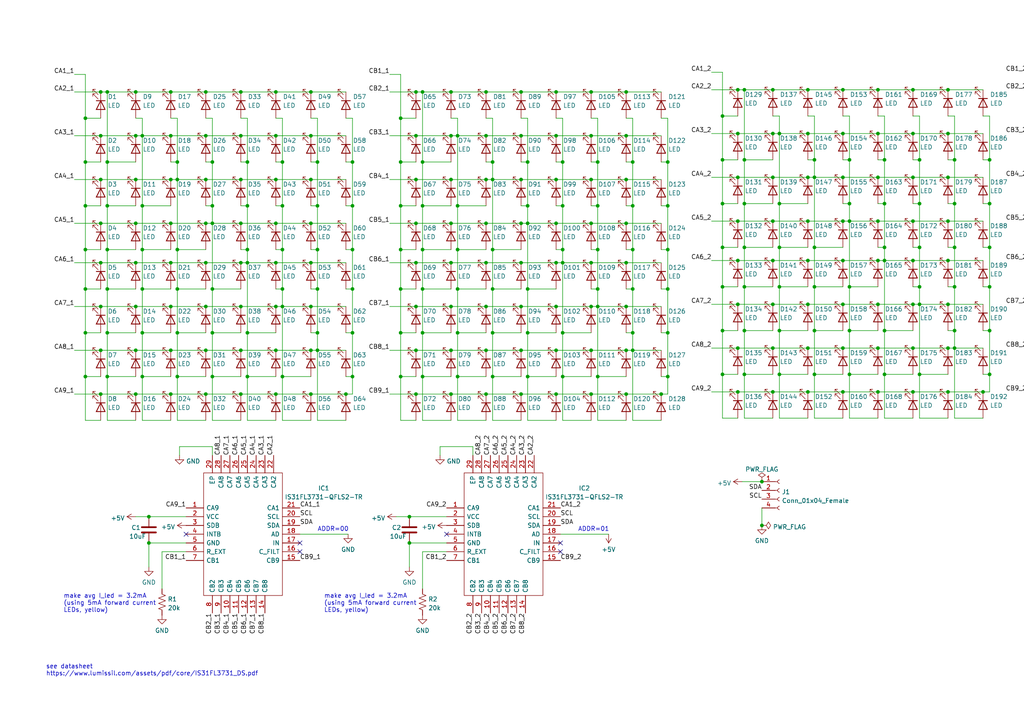
<source format=kicad_sch>
(kicad_sch (version 20211123) (generator eeschema)
  (paper "A4")
  (junction (at 171.45 101.6))
  (junction (at 61.595 83.82))
  (junction (at 254.635 26.035))
  (junction (at 130.81 114.3))
  (junction (at 335.915 26.035))
  (junction (at 215.9 95.885))
  (junction (at 161.29 26.67))
  (junction (at 317.5 83.185))
  (junction (at 325.755 51.435))
  (junction (at 31.115 83.82))
  (junction (at 173.355 59.69))
  (junction (at 305.435 113.665))
  (junction (at 254.635 38.735))
  (junction (at 118.745 157.48))
  (junction (at 274.955 51.435))
  (junction (at 51.435 96.52))
  (junction (at 163.195 76.2))
  (junction (at 102.235 59.69))
  (junction (at 236.22 108.585))
  (junction (at 325.755 75.565))
  (junction (at 61.595 109.22))
  (junction (at 171.45 52.07))
  (junction (at 264.795 64.135))
  (junction (at 215.9 26.035))
  (junction (at 24.765 109.22))
  (junction (at 59.69 101.6))
  (junction (at 181.61 101.6))
  (junction (at 59.69 26.67))
  (junction (at 300.99 46.355))
  (junction (at 69.85 76.2))
  (junction (at 347.98 75.565))
  (junction (at 132.715 39.37))
  (junction (at 264.795 26.035))
  (junction (at 39.37 76.2))
  (junction (at 276.86 71.755))
  (junction (at 29.21 114.3))
  (junction (at 31.115 26.67))
  (junction (at 163.195 96.52))
  (junction (at 335.915 64.135))
  (junction (at 51.435 46.99))
  (junction (at 266.7 46.355))
  (junction (at 213.995 100.965))
  (junction (at 305.435 75.565))
  (junction (at 132.715 96.52))
  (junction (at 120.65 52.07))
  (junction (at 41.275 109.22))
  (junction (at 254.635 113.665))
  (junction (at 171.45 76.2))
  (junction (at 193.675 59.69))
  (junction (at 378.46 108.585))
  (junction (at 358.14 88.265))
  (junction (at 81.915 59.69))
  (junction (at 153.035 83.82))
  (junction (at 39.37 101.6))
  (junction (at 356.235 113.665))
  (junction (at 236.22 95.885))
  (junction (at 276.86 46.355))
  (junction (at 327.66 46.355))
  (junction (at 358.14 59.055))
  (junction (at 130.81 26.67))
  (junction (at 122.555 72.39))
  (junction (at 163.195 72.39))
  (junction (at 378.46 46.355))
  (junction (at 173.355 46.99))
  (junction (at 215.9 59.055))
  (junction (at 256.54 59.055))
  (junction (at 274.955 26.035))
  (junction (at 356.235 38.735))
  (junction (at 171.45 26.67))
  (junction (at 274.955 88.265))
  (junction (at 24.765 59.69))
  (junction (at 335.915 75.565))
  (junction (at 163.195 109.22))
  (junction (at 102.235 96.52))
  (junction (at 61.595 46.99))
  (junction (at 266.7 71.755))
  (junction (at 31.115 96.52))
  (junction (at 213.995 64.135))
  (junction (at 173.355 83.82))
  (junction (at 213.995 38.735))
  (junction (at 220.98 139.7))
  (junction (at 287.02 95.885))
  (junction (at 358.14 46.355))
  (junction (at 39.37 39.37))
  (junction (at 181.61 52.07))
  (junction (at 244.475 64.135))
  (junction (at 92.075 96.52))
  (junction (at 122.555 59.69))
  (junction (at 142.875 109.22))
  (junction (at 24.765 83.82))
  (junction (at 356.235 75.565))
  (junction (at 69.85 114.3))
  (junction (at 254.635 100.965))
  (junction (at 234.315 26.035))
  (junction (at 337.82 83.185))
  (junction (at 120.65 26.67))
  (junction (at 346.075 88.265))
  (junction (at 153.035 64.77))
  (junction (at 193.675 72.39))
  (junction (at 81.915 46.99))
  (junction (at 90.17 52.07))
  (junction (at 39.37 26.67))
  (junction (at 151.13 114.3))
  (junction (at 142.875 96.52))
  (junction (at 122.555 46.99))
  (junction (at 274.955 100.965))
  (junction (at 213.995 88.265))
  (junction (at 315.595 64.135))
  (junction (at 307.34 46.355))
  (junction (at 378.46 95.885))
  (junction (at 346.075 38.735))
  (junction (at 209.55 46.355))
  (junction (at 356.235 88.265))
  (junction (at 140.97 114.3))
  (junction (at 151.13 39.37))
  (junction (at 183.515 101.6))
  (junction (at 315.595 26.035))
  (junction (at 102.235 72.39))
  (junction (at 140.97 76.2))
  (junction (at 43.18 157.48))
  (junction (at 161.29 39.37))
  (junction (at 59.69 114.3))
  (junction (at 171.45 39.37))
  (junction (at 29.21 88.9))
  (junction (at 120.65 114.3))
  (junction (at 305.435 88.265))
  (junction (at 41.275 59.69))
  (junction (at 264.795 100.965))
  (junction (at 335.915 113.665))
  (junction (at 130.81 39.37))
  (junction (at 307.34 26.035))
  (junction (at 234.315 64.135))
  (junction (at 307.34 108.585))
  (junction (at 254.635 64.135))
  (junction (at 102.235 109.22))
  (junction (at 69.85 39.37))
  (junction (at 120.65 39.37))
  (junction (at 327.66 95.885))
  (junction (at 183.515 83.82))
  (junction (at 59.69 39.37))
  (junction (at 31.115 46.99))
  (junction (at 256.54 71.755))
  (junction (at 209.55 59.055))
  (junction (at 116.205 46.99))
  (junction (at 307.34 95.885))
  (junction (at 142.875 72.39))
  (junction (at 69.85 64.77))
  (junction (at 140.97 88.9))
  (junction (at 69.85 26.67))
  (junction (at 254.635 88.265))
  (junction (at 327.66 108.585))
  (junction (at 368.3 71.755))
  (junction (at 276.86 100.965))
  (junction (at 226.06 83.185))
  (junction (at 193.675 46.99))
  (junction (at 274.955 113.665))
  (junction (at 59.69 88.9))
  (junction (at 317.5 59.055))
  (junction (at 287.02 46.355))
  (junction (at 122.555 26.67))
  (junction (at 337.82 46.355))
  (junction (at 71.755 96.52))
  (junction (at 325.755 100.965))
  (junction (at 120.65 64.77))
  (junction (at 80.01 76.2))
  (junction (at 90.17 64.77))
  (junction (at 274.955 64.135))
  (junction (at 116.205 59.69))
  (junction (at 256.54 46.355))
  (junction (at 234.315 113.665))
  (junction (at 347.98 59.055))
  (junction (at 327.66 51.435))
  (junction (at 276.86 59.055))
  (junction (at 213.995 51.435))
  (junction (at 181.61 88.9))
  (junction (at 59.69 76.2))
  (junction (at 366.395 38.735))
  (junction (at 29.21 76.2))
  (junction (at 366.395 75.565))
  (junction (at 132.715 109.22))
  (junction (at 116.205 109.22))
  (junction (at 161.29 76.2))
  (junction (at 130.81 52.07))
  (junction (at 347.98 95.885))
  (junction (at 161.29 52.07))
  (junction (at 29.21 52.07))
  (junction (at 116.205 34.29))
  (junction (at 59.69 64.77))
  (junction (at 366.395 113.665))
  (junction (at 163.195 46.99))
  (junction (at 347.98 71.755))
  (junction (at 236.22 83.185))
  (junction (at 224.155 64.135))
  (junction (at 246.38 59.055))
  (junction (at 116.205 72.39))
  (junction (at 274.955 75.565))
  (junction (at 234.315 75.565))
  (junction (at 151.13 88.9))
  (junction (at 346.075 113.665))
  (junction (at 71.755 59.69))
  (junction (at 173.355 72.39))
  (junction (at 49.53 88.9))
  (junction (at 287.02 83.185))
  (junction (at 215.9 83.185))
  (junction (at 358.14 108.585))
  (junction (at 71.755 76.2))
  (junction (at 264.795 51.435))
  (junction (at 337.82 64.135))
  (junction (at 337.82 108.585))
  (junction (at 378.46 71.755))
  (junction (at 346.075 26.035))
  (junction (at 315.595 75.565))
  (junction (at 317.5 71.755))
  (junction (at 92.075 72.39))
  (junction (at 39.37 64.77))
  (junction (at 171.45 88.9))
  (junction (at 193.675 96.52))
  (junction (at 224.155 113.665))
  (junction (at 244.475 51.435))
  (junction (at 130.81 88.9))
  (junction (at 305.435 51.435))
  (junction (at 51.435 83.82))
  (junction (at 325.755 88.265))
  (junction (at 234.315 51.435))
  (junction (at 90.17 39.37))
  (junction (at 90.17 101.6))
  (junction (at 183.515 72.39))
  (junction (at 224.155 75.565))
  (junction (at 41.275 96.52))
  (junction (at 80.01 64.77))
  (junction (at 183.515 59.69))
  (junction (at 224.155 26.035))
  (junction (at 356.235 64.135))
  (junction (at 116.205 83.82))
  (junction (at 183.515 46.99))
  (junction (at 49.53 101.6))
  (junction (at 69.85 52.07))
  (junction (at 337.82 59.055))
  (junction (at 61.595 96.52))
  (junction (at 209.55 108.585))
  (junction (at 315.595 51.435))
  (junction (at 24.765 34.29))
  (junction (at 39.37 114.3))
  (junction (at 153.035 96.52))
  (junction (at 24.765 46.99))
  (junction (at 140.97 52.07))
  (junction (at 246.38 64.135))
  (junction (at 300.99 59.055))
  (junction (at 347.98 46.355))
  (junction (at 287.02 71.755))
  (junction (at 161.29 114.3))
  (junction (at 366.395 100.965))
  (junction (at 266.7 59.055))
  (junction (at 122.555 109.22))
  (junction (at 92.075 83.82))
  (junction (at 151.13 64.77))
  (junction (at 307.34 59.055))
  (junction (at 181.61 39.37))
  (junction (at 224.155 88.265))
  (junction (at 183.515 96.52))
  (junction (at 80.01 101.6))
  (junction (at 80.01 26.67))
  (junction (at 49.53 114.3))
  (junction (at 337.82 95.885))
  (junction (at 368.3 100.965))
  (junction (at 39.37 52.07))
  (junction (at 191.77 114.3))
  (junction (at 51.435 109.22))
  (junction (at 49.53 64.77))
  (junction (at 315.595 88.265))
  (junction (at 368.3 83.185))
  (junction (at 224.155 51.435))
  (junction (at 90.17 26.67))
  (junction (at 346.075 64.135))
  (junction (at 264.795 75.565))
  (junction (at 209.55 33.655))
  (junction (at 161.29 101.6))
  (junction (at 266.7 88.265))
  (junction (at 356.235 51.435))
  (junction (at 80.01 114.3))
  (junction (at 317.5 38.735))
  (junction (at 305.435 26.035))
  (junction (at 90.17 76.2))
  (junction (at 224.155 100.965))
  (junction (at 358.14 83.185))
  (junction (at 181.61 26.67))
  (junction (at 181.61 64.77))
  (junction (at 215.9 108.585))
  (junction (at 171.45 64.77))
  (junction (at 246.38 108.585))
  (junction (at 92.075 46.99))
  (junction (at 102.235 46.99))
  (junction (at 153.035 59.69))
  (junction (at 244.475 26.035))
  (junction (at 161.29 88.9))
  (junction (at 92.075 101.6))
  (junction (at 118.745 149.86))
  (junction (at 305.435 64.135))
  (junction (at 31.115 109.22))
  (junction (at 81.915 109.22))
  (junction (at 29.21 39.37))
  (junction (at 31.115 59.69))
  (junction (at 24.765 72.39))
  (junction (at 153.035 109.22))
  (junction (at 325.755 38.735))
  (junction (at 246.38 83.185))
  (junction (at 246.38 95.885))
  (junction (at 92.075 59.69))
  (junction (at 173.355 88.9))
  (junction (at 256.54 95.885))
  (junction (at 102.235 83.82))
  (junction (at 346.075 75.565))
  (junction (at 41.275 83.82))
  (junction (at 266.7 83.185))
  (junction (at 120.65 88.9))
  (junction (at 209.55 71.755))
  (junction (at 43.18 149.86))
  (junction (at 307.34 83.185))
  (junction (at 224.155 38.735))
  (junction (at 366.395 64.135))
  (junction (at 209.55 95.885))
  (junction (at 378.46 59.055))
  (junction (at 266.7 108.585))
  (junction (at 234.315 100.965))
  (junction (at 71.755 109.22))
  (junction (at 368.3 59.055))
  (junction (at 116.205 96.52))
  (junction (at 335.915 100.965))
  (junction (at 346.075 51.435))
  (junction (at 376.555 113.665))
  (junction (at 325.755 64.135))
  (junction (at 234.315 38.735))
  (junction (at 173.355 109.22))
  (junction (at 246.38 46.355))
  (junction (at 317.5 108.585))
  (junction (at 307.34 71.755))
  (junction (at 163.195 59.69))
  (junction (at 305.435 38.735))
  (junction (at 61.595 59.69))
  (junction (at 256.54 75.565))
  (junction (at 315.595 113.665))
  (junction (at 315.595 38.735))
  (junction (at 264.795 88.265))
  (junction (at 31.115 72.39))
  (junction (at 140.97 39.37))
  (junction (at 335.915 51.435))
  (junction (at 276.86 83.185))
  (junction (at 356.235 100.965))
  (junction (at 236.22 51.435))
  (junction (at 29.21 101.6))
  (junction (at 161.29 64.77))
  (junction (at 213.995 26.035))
  (junction (at 51.435 52.07))
  (junction (at 327.66 71.755))
  (junction (at 61.595 64.77))
  (junction (at 325.755 113.665))
  (junction (at 122.555 83.82))
  (junction (at 346.075 100.965))
  (junction (at 366.395 26.035))
  (junction (at 325.755 26.035))
  (junction (at 130.81 101.6))
  (junction (at 226.06 95.885))
  (junction (at 140.97 26.67))
  (junction (at 366.395 51.435))
  (junction (at 142.875 52.07))
  (junction (at 181.61 76.2))
  (junction (at 244.475 100.965))
  (junction (at 356.235 26.035))
  (junction (at 132.715 59.69))
  (junction (at 151.13 76.2))
  (junction (at 236.22 71.755))
  (junction (at 300.99 71.755))
  (junction (at 226.06 38.735))
  (junction (at 300.99 108.585))
  (junction (at 209.55 83.185))
  (junction (at 300.99 33.655))
  (junction (at 41.275 72.39))
  (junction (at 120.65 76.2))
  (junction (at 287.02 108.585))
  (junction (at 264.795 113.665))
  (junction (at 220.98 152.4))
  (junction (at 69.85 101.6))
  (junction (at 49.53 76.2))
  (junction (at 226.06 59.055))
  (junction (at 130.81 64.77))
  (junction (at 153.035 46.99))
  (junction (at 71.755 72.39))
  (junction (at 244.475 38.735))
  (junction (at 234.315 88.265))
  (junction (at 368.3 46.355))
  (junction (at 80.01 88.9))
  (junction (at 358.14 71.755))
  (junction (at 244.475 75.565))
  (junction (at 122.555 96.52))
  (junction (at 368.3 95.885))
  (junction (at 142.875 83.82))
  (junction (at 151.13 101.6))
  (junction (at 29.21 64.77))
  (junction (at 276.86 95.885))
  (junction (at 51.435 72.39))
  (junction (at 49.53 39.37))
  (junction (at 256.54 108.585))
  (junction (at 71.755 46.99))
  (junction (at 226.06 108.585))
  (junction (at 49.53 26.67))
  (junction (at 80.01 52.07))
  (junction (at 215.9 71.755))
  (junction (at 132.715 83.82))
  (junction (at 236.22 46.355))
  (junction (at 274.955 38.735))
  (junction (at 335.915 38.735))
  (junction (at 81.915 72.39))
  (junction (at 130.81 76.2))
  (junction (at 215.9 46.355))
  (junction (at 120.65 101.6))
  (junction (at 327.66 83.185))
  (junction (at 226.06 71.755))
  (junction (at 39.37 88.9))
  (junction (at 254.635 51.435))
  (junction (at 81.915 88.9))
  (junction (at 181.61 114.3))
  (junction (at 81.915 83.82))
  (junction (at 287.02 59.055))
  (junction (at 315.595 100.965))
  (junction (at 193.675 83.82))
  (junction (at 100.33 114.3))
  (junction (at 90.17 114.3))
  (junction (at 59.69 52.07))
  (junction (at 300.99 95.885))
  (junction (at 29.21 26.67))
  (junction (at 254.635 75.565))
  (junction (at 151.13 52.07))
  (junction (at 305.435 100.965))
  (junction (at 171.45 114.3))
  (junction (at 132.715 72.39))
  (junction (at 347.98 108.585))
  (junction (at 244.475 113.665))
  (junction (at 142.875 46.99))
  (junction (at 300.99 83.185))
  (junction (at 140.97 64.77))
  (junction (at 264.795 38.735))
  (junction (at 335.915 88.265))
  (junction (at 378.46 83.185))
  (junction (at 80.01 39.37))
  (junction (at 69.85 88.9))
  (junction (at 140.97 101.6))
  (junction (at 244.475 88.265))
  (junction (at 366.395 88.265))
  (junction (at 317.5 95.885))
  (junction (at 49.53 52.07))
  (junction (at 151.13 26.67))
  (junction (at 193.675 109.22))
  (junction (at 285.115 113.665))
  (junction (at 90.17 88.9))
  (junction (at 41.275 39.37))
  (junction (at 213.995 113.665))
  (junction (at 24.765 96.52))
  (junction (at 213.995 75.565))
  (no_connect (at 86.995 157.48))
  (no_connect (at 86.995 160.02))
  (no_connect (at 162.56 160.02))
  (no_connect (at 162.56 157.48))
  (no_connect (at 129.54 154.94))
  (no_connect (at 53.975 154.94))
  (wire (pts (xy 69.85 64.77) (xy 80.01 64.77)))
  (wire (pts (xy 337.82 64.135) (xy 346.075 64.135)))
  (wire (pts (xy 287.02 71.755) (xy 285.115 71.755)))
  (wire (pts (xy 81.915 109.22) (xy 81.915 121.92)))
  (wire (pts (xy 297.815 26.035) (xy 305.435 26.035)))
  (wire (pts (xy 80.01 64.77) (xy 90.17 64.77)))
  (wire (pts (xy 29.21 52.07) (xy 39.37 52.07)))
  (wire (pts (xy 327.66 51.435) (xy 327.66 71.755)))
  (wire (pts (xy 206.375 113.665) (xy 213.995 113.665)))
  (wire (pts (xy 173.355 109.22) (xy 181.61 109.22)))
  (wire (pts (xy 347.98 108.585) (xy 347.98 121.285)))
  (wire (pts (xy 173.355 72.39) (xy 173.355 83.82)))
  (wire (pts (xy 378.46 46.355) (xy 378.46 33.655)))
  (wire (pts (xy 244.475 26.035) (xy 254.635 26.035)))
  (wire (pts (xy 327.66 108.585) (xy 327.66 121.285)))
  (wire (pts (xy 315.595 33.655) (xy 317.5 33.655)))
  (wire (pts (xy 69.85 76.2) (xy 71.755 76.2)))
  (wire (pts (xy 49.53 39.37) (xy 59.69 39.37)))
  (wire (pts (xy 171.45 76.2) (xy 181.61 76.2)))
  (wire (pts (xy 113.03 26.67) (xy 120.65 26.67)))
  (wire (pts (xy 163.195 109.22) (xy 171.45 109.22)))
  (wire (pts (xy 274.955 75.565) (xy 285.115 75.565)))
  (wire (pts (xy 300.99 108.585) (xy 305.435 108.585)))
  (wire (pts (xy 41.275 39.37) (xy 39.37 39.37)))
  (wire (pts (xy 358.14 33.655) (xy 358.14 46.355)))
  (wire (pts (xy 236.22 95.885) (xy 236.22 108.585)))
  (wire (pts (xy 317.5 83.185) (xy 317.5 95.885)))
  (wire (pts (xy 102.235 46.99) (xy 100.33 46.99)))
  (wire (pts (xy 59.69 76.2) (xy 69.85 76.2)))
  (wire (pts (xy 347.98 95.885) (xy 356.235 95.885)))
  (wire (pts (xy 90.17 88.9) (xy 100.33 88.9)))
  (wire (pts (xy 41.275 83.82) (xy 49.53 83.82)))
  (wire (pts (xy 102.235 72.39) (xy 100.33 72.39)))
  (wire (pts (xy 368.3 46.355) (xy 366.395 46.355)))
  (wire (pts (xy 256.54 59.055) (xy 254.635 59.055)))
  (wire (pts (xy 327.66 83.185) (xy 335.915 83.185)))
  (wire (pts (xy 378.46 33.655) (xy 376.555 33.655)))
  (wire (pts (xy 140.97 52.07) (xy 142.875 52.07)))
  (wire (pts (xy 224.155 26.035) (xy 234.315 26.035)))
  (wire (pts (xy 287.02 108.585) (xy 285.115 108.585)))
  (wire (pts (xy 206.375 64.135) (xy 213.995 64.135)))
  (wire (pts (xy 24.765 96.52) (xy 24.765 109.22)))
  (wire (pts (xy 254.635 75.565) (xy 256.54 75.565)))
  (wire (pts (xy 358.14 108.585) (xy 366.395 108.585)))
  (wire (pts (xy 31.115 59.69) (xy 31.115 72.39)))
  (wire (pts (xy 317.5 38.735) (xy 325.755 38.735)))
  (wire (pts (xy 122.555 109.22) (xy 122.555 121.92)))
  (wire (pts (xy 92.075 72.39) (xy 90.17 72.39)))
  (wire (pts (xy 31.115 121.92) (xy 39.37 121.92)))
  (wire (pts (xy 317.5 83.185) (xy 325.755 83.185)))
  (wire (pts (xy 307.34 121.285) (xy 315.595 121.285)))
  (wire (pts (xy 356.235 100.965) (xy 366.395 100.965)))
  (wire (pts (xy 61.595 83.82) (xy 69.85 83.82)))
  (wire (pts (xy 69.85 114.3) (xy 80.01 114.3)))
  (wire (pts (xy 173.355 46.99) (xy 171.45 46.99)))
  (wire (pts (xy 317.5 121.285) (xy 325.755 121.285)))
  (wire (pts (xy 224.155 64.135) (xy 234.315 64.135)))
  (wire (pts (xy 21.59 21.59) (xy 24.765 21.59)))
  (wire (pts (xy 307.34 26.035) (xy 315.595 26.035)))
  (wire (pts (xy 29.21 39.37) (xy 39.37 39.37)))
  (wire (pts (xy 254.635 38.735) (xy 264.795 38.735)))
  (wire (pts (xy 116.205 72.39) (xy 116.205 83.82)))
  (wire (pts (xy 41.275 34.29) (xy 41.275 39.37)))
  (wire (pts (xy 120.65 26.67) (xy 122.555 26.67)))
  (wire (pts (xy 21.59 76.2) (xy 29.21 76.2)))
  (wire (pts (xy 171.45 39.37) (xy 181.61 39.37)))
  (wire (pts (xy 307.34 46.355) (xy 307.34 59.055)))
  (wire (pts (xy 256.54 108.585) (xy 264.795 108.585)))
  (wire (pts (xy 356.235 75.565) (xy 366.395 75.565)))
  (wire (pts (xy 236.22 108.585) (xy 244.475 108.585)))
  (wire (pts (xy 153.035 59.69) (xy 153.035 64.77)))
  (wire (pts (xy 61.595 96.52) (xy 69.85 96.52)))
  (wire (pts (xy 39.37 34.29) (xy 41.275 34.29)))
  (wire (pts (xy 236.22 108.585) (xy 236.22 121.285)))
  (wire (pts (xy 114.935 149.86) (xy 118.745 149.86)))
  (wire (pts (xy 183.515 59.69) (xy 183.515 72.39)))
  (wire (pts (xy 378.46 71.755) (xy 376.555 71.755)))
  (wire (pts (xy 347.98 108.585) (xy 356.235 108.585)))
  (wire (pts (xy 113.03 76.2) (xy 120.65 76.2)))
  (wire (pts (xy 337.82 46.355) (xy 337.82 59.055)))
  (wire (pts (xy 368.3 71.755) (xy 366.395 71.755)))
  (wire (pts (xy 378.46 113.665) (xy 378.46 108.585)))
  (wire (pts (xy 116.205 121.92) (xy 120.65 121.92)))
  (wire (pts (xy 122.555 96.52) (xy 130.81 96.52)))
  (wire (pts (xy 246.38 64.135) (xy 254.635 64.135)))
  (wire (pts (xy 347.98 71.755) (xy 346.075 71.755)))
  (wire (pts (xy 337.82 59.055) (xy 337.82 64.135)))
  (wire (pts (xy 366.395 64.135) (xy 376.555 64.135)))
  (wire (pts (xy 337.82 95.885) (xy 337.82 108.585)))
  (wire (pts (xy 132.715 96.52) (xy 132.715 109.22)))
  (wire (pts (xy 274.955 26.035) (xy 285.115 26.035)))
  (wire (pts (xy 41.275 121.92) (xy 49.53 121.92)))
  (wire (pts (xy 130.81 26.67) (xy 140.97 26.67)))
  (wire (pts (xy 151.13 76.2) (xy 161.29 76.2)))
  (wire (pts (xy 213.995 26.035) (xy 215.9 26.035)))
  (wire (pts (xy 31.115 83.82) (xy 39.37 83.82)))
  (wire (pts (xy 51.435 83.82) (xy 51.435 96.52)))
  (wire (pts (xy 132.715 59.69) (xy 132.715 72.39)))
  (wire (pts (xy 307.34 83.185) (xy 315.595 83.185)))
  (wire (pts (xy 132.715 83.82) (xy 132.715 96.52)))
  (wire (pts (xy 327.66 51.435) (xy 335.915 51.435)))
  (wire (pts (xy 140.97 39.37) (xy 151.13 39.37)))
  (wire (pts (xy 335.915 100.965) (xy 346.075 100.965)))
  (wire (pts (xy 325.755 38.735) (xy 335.915 38.735)))
  (wire (pts (xy 49.53 34.29) (xy 51.435 34.29)))
  (wire (pts (xy 122.555 26.67) (xy 130.81 26.67)))
  (wire (pts (xy 206.375 100.965) (xy 213.995 100.965)))
  (wire (pts (xy 140.97 34.29) (xy 142.875 34.29)))
  (wire (pts (xy 215.9 95.885) (xy 215.9 108.585)))
  (wire (pts (xy 266.7 108.585) (xy 274.955 108.585)))
  (wire (pts (xy 51.435 96.52) (xy 59.69 96.52)))
  (wire (pts (xy 142.875 46.99) (xy 142.875 52.07)))
  (wire (pts (xy 224.155 33.655) (xy 226.06 33.655)))
  (wire (pts (xy 163.195 72.39) (xy 161.29 72.39)))
  (wire (pts (xy 81.915 34.29) (xy 81.915 46.99)))
  (wire (pts (xy 92.075 34.29) (xy 92.075 46.99)))
  (wire (pts (xy 274.955 88.265) (xy 285.115 88.265)))
  (wire (pts (xy 151.13 101.6) (xy 161.29 101.6)))
  (wire (pts (xy 151.13 26.67) (xy 161.29 26.67)))
  (wire (pts (xy 300.99 46.355) (xy 305.435 46.355)))
  (wire (pts (xy 122.555 83.82) (xy 122.555 96.52)))
  (wire (pts (xy 236.22 95.885) (xy 244.475 95.885)))
  (wire (pts (xy 132.715 39.37) (xy 132.715 59.69)))
  (wire (pts (xy 130.81 52.07) (xy 140.97 52.07)))
  (wire (pts (xy 297.815 113.665) (xy 305.435 113.665)))
  (wire (pts (xy 140.97 88.9) (xy 151.13 88.9)))
  (wire (pts (xy 163.195 59.69) (xy 161.29 59.69)))
  (wire (pts (xy 346.075 113.665) (xy 356.235 113.665)))
  (wire (pts (xy 209.55 95.885) (xy 209.55 108.585)))
  (wire (pts (xy 61.595 64.77) (xy 69.85 64.77)))
  (wire (pts (xy 297.815 64.135) (xy 305.435 64.135)))
  (wire (pts (xy 161.29 39.37) (xy 171.45 39.37)))
  (wire (pts (xy 21.59 114.3) (xy 29.21 114.3)))
  (wire (pts (xy 335.915 46.355) (xy 337.82 46.355)))
  (wire (pts (xy 226.06 38.735) (xy 234.315 38.735)))
  (wire (pts (xy 234.315 75.565) (xy 244.475 75.565)))
  (wire (pts (xy 71.755 59.69) (xy 69.85 59.69)))
  (wire (pts (xy 264.795 100.965) (xy 274.955 100.965)))
  (wire (pts (xy 41.275 109.22) (xy 49.53 109.22)))
  (wire (pts (xy 317.5 71.755) (xy 325.755 71.755)))
  (wire (pts (xy 153.035 109.22) (xy 153.035 121.92)))
  (wire (pts (xy 347.98 71.755) (xy 347.98 75.565)))
  (wire (pts (xy 337.82 121.285) (xy 346.075 121.285)))
  (wire (pts (xy 61.595 109.22) (xy 61.595 121.92)))
  (wire (pts (xy 256.54 95.885) (xy 264.795 95.885)))
  (wire (pts (xy 102.235 96.52) (xy 100.33 96.52)))
  (wire (pts (xy 116.205 21.59) (xy 116.205 34.29)))
  (wire (pts (xy 132.715 34.29) (xy 132.715 39.37)))
  (wire (pts (xy 244.475 75.565) (xy 254.635 75.565)))
  (wire (pts (xy 29.21 26.67) (xy 31.115 26.67)))
  (wire (pts (xy 24.765 72.39) (xy 24.765 83.82)))
  (wire (pts (xy 215.9 46.355) (xy 215.9 59.055)))
  (wire (pts (xy 236.22 51.435) (xy 244.475 51.435)))
  (wire (pts (xy 181.61 52.07) (xy 191.77 52.07)))
  (wire (pts (xy 102.235 34.29) (xy 100.33 34.29)))
  (wire (pts (xy 276.86 100.965) (xy 276.86 121.285)))
  (wire (pts (xy 347.98 59.055) (xy 347.98 71.755)))
  (wire (pts (xy 266.7 121.285) (xy 274.955 121.285)))
  (wire (pts (xy 244.475 100.965) (xy 254.635 100.965)))
  (wire (pts (xy 31.115 83.82) (xy 31.115 96.52)))
  (wire (pts (xy 69.85 52.07) (xy 80.01 52.07)))
  (wire (pts (xy 29.21 101.6) (xy 39.37 101.6)))
  (wire (pts (xy 317.5 33.655) (xy 317.5 38.735)))
  (wire (pts (xy 161.29 88.9) (xy 171.45 88.9)))
  (wire (pts (xy 161.29 34.29) (xy 163.195 34.29)))
  (wire (pts (xy 256.54 75.565) (xy 256.54 95.885)))
  (wire (pts (xy 151.13 34.29) (xy 153.035 34.29)))
  (wire (pts (xy 300.99 83.185) (xy 305.435 83.185)))
  (wire (pts (xy 140.97 64.77) (xy 151.13 64.77)))
  (wire (pts (xy 127.635 132.08) (xy 127.635 129.54)))
  (wire (pts (xy 116.205 96.52) (xy 120.65 96.52)))
  (wire (pts (xy 102.235 46.99) (xy 102.235 34.29)))
  (wire (pts (xy 52.07 132.08) (xy 52.07 129.54)))
  (wire (pts (xy 92.075 46.99) (xy 90.17 46.99)))
  (wire (pts (xy 220.98 152.4) (xy 220.98 147.32)))
  (wire (pts (xy 215.265 139.7) (xy 220.98 139.7)))
  (wire (pts (xy 266.7 46.355) (xy 264.795 46.355)))
  (wire (pts (xy 325.755 113.665) (xy 335.915 113.665)))
  (wire (pts (xy 215.9 26.035) (xy 215.9 46.355)))
  (wire (pts (xy 118.745 157.48) (xy 129.54 157.48)))
  (wire (pts (xy 132.715 59.69) (xy 140.97 59.69)))
  (wire (pts (xy 183.515 101.6) (xy 191.77 101.6)))
  (wire (pts (xy 81.915 121.92) (xy 90.17 121.92)))
  (wire (pts (xy 49.53 26.67) (xy 59.69 26.67)))
  (wire (pts (xy 325.755 33.655) (xy 327.66 33.655)))
  (wire (pts (xy 206.375 38.735) (xy 213.995 38.735)))
  (wire (pts (xy 327.66 71.755) (xy 327.66 83.185)))
  (wire (pts (xy 254.635 51.435) (xy 264.795 51.435)))
  (wire (pts (xy 132.715 72.39) (xy 140.97 72.39)))
  (wire (pts (xy 226.06 95.885) (xy 226.06 108.585)))
  (wire (pts (xy 224.155 100.965) (xy 234.315 100.965)))
  (wire (pts (xy 171.45 34.29) (xy 173.355 34.29)))
  (wire (pts (xy 337.82 59.055) (xy 335.915 59.055)))
  (wire (pts (xy 92.075 96.52) (xy 90.17 96.52)))
  (wire (pts (xy 244.475 46.355) (xy 246.38 46.355)))
  (wire (pts (xy 327.66 121.285) (xy 335.915 121.285)))
  (wire (pts (xy 31.115 59.69) (xy 39.37 59.69)))
  (wire (pts (xy 274.955 113.665) (xy 285.115 113.665)))
  (wire (pts (xy 193.675 83.82) (xy 193.675 72.39)))
  (wire (pts (xy 71.755 59.69) (xy 71.755 72.39)))
  (wire (pts (xy 317.5 108.585) (xy 317.5 121.285)))
  (wire (pts (xy 46.99 160.02) (xy 46.99 170.815)))
  (wire (pts (xy 317.5 38.735) (xy 317.5 59.055)))
  (wire (pts (xy 69.85 34.29) (xy 71.755 34.29)))
  (wire (pts (xy 41.275 109.22) (xy 41.275 121.92)))
  (wire (pts (xy 183.515 83.82) (xy 181.61 83.82)))
  (wire (pts (xy 300.99 20.955) (xy 300.99 33.655)))
  (wire (pts (xy 215.9 26.035) (xy 224.155 26.035)))
  (wire (pts (xy 213.995 113.665) (xy 224.155 113.665)))
  (wire (pts (xy 276.86 46.355) (xy 274.955 46.355)))
  (wire (pts (xy 193.675 96.52) (xy 193.675 83.82)))
  (wire (pts (xy 31.115 26.67) (xy 31.115 46.99)))
  (wire (pts (xy 264.795 88.265) (xy 266.7 88.265)))
  (wire (pts (xy 193.675 114.3) (xy 193.675 109.22)))
  (wire (pts (xy 368.3 95.885) (xy 368.3 100.965)))
  (wire (pts (xy 256.54 108.585) (xy 256.54 121.285)))
  (wire (pts (xy 140.97 46.99) (xy 142.875 46.99)))
  (wire (pts (xy 122.555 46.99) (xy 130.81 46.99)))
  (wire (pts (xy 132.715 72.39) (xy 132.715 83.82)))
  (wire (pts (xy 191.77 114.3) (xy 193.675 114.3)))
  (wire (pts (xy 43.18 157.48) (xy 53.975 157.48)))
  (wire (pts (xy 51.435 72.39) (xy 51.435 83.82)))
  (wire (pts (xy 102.235 109.22) (xy 102.235 96.52)))
  (wire (pts (xy 317.5 38.735) (xy 315.595 38.735)))
  (wire (pts (xy 163.195 121.92) (xy 171.45 121.92)))
  (wire (pts (xy 102.235 83.82) (xy 100.33 83.82)))
  (wire (pts (xy 327.66 108.585) (xy 335.915 108.585)))
  (wire (pts (xy 122.555 96.52) (xy 122.555 109.22)))
  (wire (pts (xy 59.69 34.29) (xy 61.595 34.29)))
  (wire (pts (xy 161.29 76.2) (xy 163.195 76.2)))
  (wire (pts (xy 161.29 52.07) (xy 171.45 52.07)))
  (wire (pts (xy 307.34 71.755) (xy 315.595 71.755)))
  (wire (pts (xy 226.06 71.755) (xy 234.315 71.755)))
  (wire (pts (xy 181.61 64.77) (xy 191.77 64.77)))
  (wire (pts (xy 335.915 33.655) (xy 337.82 33.655)))
  (wire (pts (xy 90.17 101.6) (xy 92.075 101.6)))
  (wire (pts (xy 153.035 64.77) (xy 161.29 64.77)))
  (wire (pts (xy 264.795 26.035) (xy 274.955 26.035)))
  (wire (pts (xy 297.815 88.265) (xy 305.435 88.265)))
  (wire (pts (xy 266.7 71.755) (xy 266.7 83.185)))
  (wire (pts (xy 297.815 100.965) (xy 305.435 100.965)))
  (wire (pts (xy 317.5 71.755) (xy 317.5 83.185)))
  (wire (pts (xy 378.46 59.055) (xy 376.555 59.055)))
  (wire (pts (xy 181.61 114.3) (xy 191.77 114.3)))
  (wire (pts (xy 39.37 52.07) (xy 49.53 52.07)))
  (wire (pts (xy 24.765 109.22) (xy 24.765 121.92)))
  (wire (pts (xy 274.955 33.655) (xy 276.86 33.655)))
  (wire (pts (xy 335.915 88.265) (xy 346.075 88.265)))
  (wire (pts (xy 61.595 83.82) (xy 61.595 96.52)))
  (wire (pts (xy 287.02 108.585) (xy 287.02 95.885)))
  (wire (pts (xy 256.54 46.355) (xy 254.635 46.355)))
  (wire (pts (xy 183.515 121.92) (xy 191.77 121.92)))
  (wire (pts (xy 118.745 164.465) (xy 118.745 157.48)))
  (wire (pts (xy 130.81 76.2) (xy 140.97 76.2)))
  (wire (pts (xy 31.115 46.99) (xy 39.37 46.99)))
  (wire (pts (xy 300.99 95.885) (xy 300.99 108.585)))
  (wire (pts (xy 193.675 96.52) (xy 191.77 96.52)))
  (wire (pts (xy 347.98 75.565) (xy 347.98 95.885)))
  (wire (pts (xy 59.69 88.9) (xy 69.85 88.9)))
  (wire (pts (xy 256.54 59.055) (xy 256.54 71.755)))
  (wire (pts (xy 120.65 52.07) (xy 130.81 52.07)))
  (wire (pts (xy 92.075 83.82) (xy 92.075 96.52)))
  (wire (pts (xy 226.06 59.055) (xy 226.06 71.755)))
  (wire (pts (xy 151.13 46.99) (xy 153.035 46.99)))
  (wire (pts (xy 246.38 83.185) (xy 254.635 83.185)))
  (wire (pts (xy 59.69 101.6) (xy 69.85 101.6)))
  (wire (pts (xy 92.075 59.69) (xy 92.075 72.39)))
  (wire (pts (xy 226.06 33.655) (xy 226.06 38.735)))
  (wire (pts (xy 24.765 46.99) (xy 29.21 46.99)))
  (wire (pts (xy 274.955 51.435) (xy 285.115 51.435)))
  (wire (pts (xy 51.435 109.22) (xy 51.435 121.92)))
  (wire (pts (xy 24.765 59.69) (xy 29.21 59.69)))
  (wire (pts (xy 236.22 71.755) (xy 244.475 71.755)))
  (wire (pts (xy 356.235 88.265) (xy 358.14 88.265)))
  (wire (pts (xy 244.475 64.135) (xy 246.38 64.135)))
  (wire (pts (xy 81.915 72.39) (xy 81.915 83.82)))
  (wire (pts (xy 173.355 88.9) (xy 173.355 109.22)))
  (wire (pts (xy 224.155 75.565) (xy 234.315 75.565)))
  (wire (pts (xy 226.06 83.185) (xy 226.06 95.885)))
  (wire (pts (xy 39.37 101.6) (xy 49.53 101.6)))
  (wire (pts (xy 307.34 59.055) (xy 315.595 59.055)))
  (wire (pts (xy 129.54 160.02) (xy 122.555 160.02)))
  (wire (pts (xy 92.075 83.82) (xy 90.17 83.82)))
  (wire (pts (xy 51.435 83.82) (xy 59.69 83.82)))
  (wire (pts (xy 325.755 64.135) (xy 335.915 64.135)))
  (wire (pts (xy 183.515 96.52) (xy 181.61 96.52)))
  (wire (pts (xy 171.45 52.07) (xy 181.61 52.07)))
  (wire (pts (xy 132.715 121.92) (xy 140.97 121.92)))
  (wire (pts (xy 39.37 64.77) (xy 49.53 64.77)))
  (wire (pts (xy 21.59 52.07) (xy 29.21 52.07)))
  (wire (pts (xy 300.99 59.055) (xy 300.99 71.755)))
  (wire (pts (xy 151.13 52.07) (xy 161.29 52.07)))
  (wire (pts (xy 116.205 34.29) (xy 120.65 34.29)))
  (wire (pts (xy 41.275 96.52) (xy 49.53 96.52)))
  (wire (pts (xy 69.85 101.6) (xy 80.01 101.6)))
  (wire (pts (xy 246.38 59.055) (xy 246.38 64.135)))
  (wire (pts (xy 52.07 129.54) (xy 61.595 129.54)))
  (wire (pts (xy 122.555 26.67) (xy 122.555 46.99)))
  (wire (pts (xy 41.275 59.69) (xy 41.275 72.39)))
  (wire (pts (xy 142.875 52.07) (xy 151.13 52.07)))
  (wire (pts (xy 183.515 59.69) (xy 181.61 59.69)))
  (wire (pts (xy 173.355 34.29) (xy 173.355 46.99)))
  (wire (pts (xy 209.55 46.355) (xy 209.55 59.055)))
  (wire (pts (xy 234.315 88.265) (xy 244.475 88.265)))
  (wire (pts (xy 226.06 83.185) (xy 234.315 83.185)))
  (wire (pts (xy 264.795 33.655) (xy 266.7 33.655)))
  (wire (pts (xy 116.205 109.22) (xy 120.65 109.22)))
  (wire (pts (xy 59.69 26.67) (xy 69.85 26.67)))
  (wire (pts (xy 206.375 88.265) (xy 213.995 88.265)))
  (wire (pts (xy 325.755 26.035) (xy 335.915 26.035)))
  (wire (pts (xy 92.075 72.39) (xy 92.075 83.82)))
  (wire (pts (xy 173.355 59.69) (xy 173.355 72.39)))
  (wire (pts (xy 307.34 95.885) (xy 315.595 95.885)))
  (wire (pts (xy 153.035 109.22) (xy 161.29 109.22)))
  (wire (pts (xy 181.61 39.37) (xy 191.77 39.37)))
  (wire (pts (xy 120.65 88.9) (xy 130.81 88.9)))
  (wire (pts (xy 193.675 34.29) (xy 191.77 34.29)))
  (wire (pts (xy 163.195 76.2) (xy 171.45 76.2)))
  (wire (pts (xy 173.355 109.22) (xy 173.355 121.92)))
  (wire (pts (xy 80.01 114.3) (xy 90.17 114.3)))
  (wire (pts (xy 90.17 34.29) (xy 92.075 34.29)))
  (wire (pts (xy 122.555 83.82) (xy 130.81 83.82)))
  (wire (pts (xy 181.61 26.67) (xy 191.77 26.67)))
  (wire (pts (xy 358.14 88.265) (xy 358.14 108.585)))
  (wire (pts (xy 153.035 46.99) (xy 153.035 59.69)))
  (wire (pts (xy 51.435 52.07) (xy 59.69 52.07)))
  (wire (pts (xy 51.435 96.52) (xy 51.435 109.22)))
  (wire (pts (xy 31.115 109.22) (xy 39.37 109.22)))
  (wire (pts (xy 347.98 95.885) (xy 347.98 108.585)))
  (wire (pts (xy 193.675 109.22) (xy 193.675 96.52)))
  (wire (pts (xy 254.635 88.265) (xy 264.795 88.265)))
  (wire (pts (xy 327.66 71.755) (xy 335.915 71.755)))
  (wire (pts (xy 24.765 96.52) (xy 29.21 96.52)))
  (wire (pts (xy 90.17 114.3) (xy 100.33 114.3)))
  (wire (pts (xy 300.99 33.655) (xy 305.435 33.655)))
  (wire (pts (xy 181.61 34.29) (xy 183.515 34.29)))
  (wire (pts (xy 234.315 100.965) (xy 244.475 100.965)))
  (wire (pts (xy 266.7 83.185) (xy 266.7 88.265)))
  (wire (pts (xy 287.02 46.355) (xy 285.115 46.355)))
  (wire (pts (xy 264.795 38.735) (xy 274.955 38.735)))
  (wire (pts (xy 171.45 114.3) (xy 181.61 114.3)))
  (wire (pts (xy 41.275 72.39) (xy 41.275 83.82)))
  (wire (pts (xy 31.115 72.39) (xy 39.37 72.39)))
  (wire (pts (xy 368.3 121.285) (xy 376.555 121.285)))
  (wire (pts (xy 368.3 33.655) (xy 368.3 46.355)))
  (wire (pts (xy 244.475 33.655) (xy 246.38 33.655)))
  (wire (pts (xy 347.98 59.055) (xy 346.075 59.055)))
  (wire (pts (xy 90.17 64.77) (xy 100.33 64.77)))
  (wire (pts (xy 171.45 83.82) (xy 173.355 83.82)))
  (wire (pts (xy 300.99 71.755) (xy 305.435 71.755)))
  (wire (pts (xy 81.915 88.9) (xy 81.915 109.22)))
  (wire (pts (xy 366.395 51.435) (xy 376.555 51.435)))
  (wire (pts (xy 39.37 26.67) (xy 49.53 26.67)))
  (wire (pts (xy 153.035 59.69) (xy 151.13 59.69)))
  (wire (pts (xy 61.595 59.69) (xy 61.595 64.77)))
  (wire (pts (xy 356.235 26.035) (xy 366.395 26.035)))
  (wire (pts (xy 39.37 88.9) (xy 49.53 88.9)))
  (wire (pts (xy 264.795 64.135) (xy 274.955 64.135)))
  (wire (pts (xy 346.075 38.735) (xy 356.235 38.735)))
  (wire (pts (xy 153.035 121.92) (xy 161.29 121.92)))
  (wire (pts (xy 51.435 121.92) (xy 59.69 121.92)))
  (wire (pts (xy 31.115 96.52) (xy 39.37 96.52)))
  (wire (pts (xy 92.075 59.69) (xy 90.17 59.69)))
  (wire (pts (xy 346.075 75.565) (xy 347.98 75.565)))
  (wire (pts (xy 300.99 33.655) (xy 300.99 46.355)))
  (wire (pts (xy 53.975 160.02) (xy 46.99 160.02)))
  (wire (pts (xy 287.02 71.755) (xy 287.02 59.055)))
  (wire (pts (xy 21.59 26.67) (xy 29.21 26.67)))
  (wire (pts (xy 51.435 46.99) (xy 51.435 52.07)))
  (wire (pts (xy 315.595 51.435) (xy 325.755 51.435)))
  (wire (pts (xy 325.755 46.355) (xy 327.66 46.355)))
  (wire (pts (xy 61.595 64.77) (xy 61.595 83.82)))
  (wire (pts (xy 378.46 83.185) (xy 376.555 83.185)))
  (wire (pts (xy 305.435 51.435) (xy 315.595 51.435)))
  (wire (pts (xy 206.375 75.565) (xy 213.995 75.565)))
  (wire (pts (xy 254.635 33.655) (xy 256.54 33.655)))
  (wire (pts (xy 305.435 113.665) (xy 315.595 113.665)))
  (wire (pts (xy 254.635 64.135) (xy 264.795 64.135)))
  (wire (pts (xy 21.59 101.6) (xy 29.21 101.6)))
  (wire (pts (xy 337.82 46.355) (xy 337.82 33.655)))
  (wire (pts (xy 236.22 121.285) (xy 244.475 121.285)))
  (wire (pts (xy 116.205 46.99) (xy 116.205 59.69)))
  (wire (pts (xy 209.55 108.585) (xy 213.995 108.585)))
  (wire (pts (xy 69.85 88.9) (xy 80.01 88.9)))
  (wire (pts (xy 327.66 95.885) (xy 335.915 95.885)))
  (wire (pts (xy 183.515 83.82) (xy 183.515 96.52)))
  (wire (pts (xy 51.435 52.07) (xy 51.435 72.39)))
  (wire (pts (xy 305.435 88.265) (xy 315.595 88.265)))
  (wire (pts (xy 226.06 59.055) (xy 234.315 59.055)))
  (wire (pts (xy 378.46 59.055) (xy 378.46 46.355)))
  (wire (pts (xy 378.46 95.885) (xy 378.46 83.185)))
  (wire (pts (xy 24.765 34.29) (xy 24.765 46.99)))
  (wire (pts (xy 183.515 46.99) (xy 181.61 46.99)))
  (wire (pts (xy 122.555 109.22) (xy 130.81 109.22)))
  (wire (pts (xy 378.46 46.355) (xy 376.555 46.355)))
  (wire (pts (xy 81.915 88.9) (xy 90.17 88.9)))
  (wire (pts (xy 151.13 88.9) (xy 161.29 88.9)))
  (wire (pts (xy 356.235 64.135) (xy 366.395 64.135)))
  (wire (pts (xy 90.17 52.07) (xy 100.33 52.07)))
  (wire (pts (xy 256.54 46.355) (xy 256.54 59.055)))
  (wire (pts (xy 378.46 71.755) (xy 378.46 59.055)))
  (wire (pts (xy 264.795 113.665) (xy 274.955 113.665)))
  (wire (pts (xy 41.275 39.37) (xy 41.275 59.69)))
  (wire (pts (xy 21.59 88.9) (xy 29.21 88.9)))
  (wire (pts (xy 266.7 59.055) (xy 264.795 59.055)))
  (wire (pts (xy 80.01 101.6) (xy 90.17 101.6)))
  (wire (pts (xy 39.37 114.3) (xy 49.53 114.3)))
  (wire (pts (xy 193.675 83.82) (xy 191.77 83.82)))
  (wire (pts (xy 71.755 96.52) (xy 71.755 109.22)))
  (wire (pts (xy 71.755 109.22) (xy 71.755 121.92)))
  (wire (pts (xy 41.275 96.52) (xy 41.275 109.22)))
  (wire (pts (xy 90.17 76.2) (xy 100.33 76.2)))
  (wire (pts (xy 215.9 59.055) (xy 215.9 71.755)))
  (wire (pts (xy 337.82 108.585) (xy 337.82 121.285)))
  (wire (pts (xy 209.55 108.585) (xy 209.55 121.285)))
  (wire (pts (xy 347.98 33.655) (xy 347.98 46.355)))
  (wire (pts (xy 116.205 72.39) (xy 120.65 72.39)))
  (wire (pts (xy 61.595 121.92) (xy 69.85 121.92)))
  (wire (pts (xy 226.06 121.285) (xy 234.315 121.285)))
  (wire (pts (xy 80.01 39.37) (xy 90.17 39.37)))
  (wire (pts (xy 358.14 46.355) (xy 358.14 59.055)))
  (wire (pts (xy 307.34 59.055) (xy 307.34 71.755)))
  (wire (pts (xy 300.99 121.285) (xy 305.435 121.285)))
  (wire (pts (xy 153.035 64.77) (xy 153.035 83.82)))
  (wire (pts (xy 297.815 75.565) (xy 305.435 75.565)))
  (wire (pts (xy 213.995 51.435) (xy 224.155 51.435)))
  (wire (pts (xy 368.3 83.185) (xy 368.3 95.885)))
  (wire (pts (xy 118.745 149.86) (xy 129.54 149.86)))
  (wire (pts (xy 256.54 71.755) (xy 254.635 71.755)))
  (wire (pts (xy 256.54 71.755) (xy 256.54 75.565)))
  (wire (pts (xy 209.55 46.355) (xy 213.995 46.355)))
  (wire (pts (xy 356.235 83.185) (xy 358.14 83.185)))
  (wire (pts (xy 378.46 95.885) (xy 376.555 95.885)))
  (wire (pts (xy 266.7 88.265) (xy 274.955 88.265)))
  (wire (pts (xy 297.815 38.735) (xy 305.435 38.735)))
  (wire (pts (xy 297.815 51.435) (xy 305.435 51.435)))
  (wire (pts (xy 307.34 46.355) (xy 315.595 46.355)))
  (wire (pts (xy 127.635 129.54) (xy 137.16 129.54)))
  (wire (pts (xy 171.45 88.9) (xy 173.355 88.9)))
  (wire (pts (xy 31.115 26.67) (xy 39.37 26.67)))
  (wire (pts (xy 256.54 121.285) (xy 264.795 121.285)))
  (wire (pts (xy 307.34 71.755) (xy 307.34 83.185)))
  (wire (pts (xy 315.595 26.035) (xy 325.755 26.035)))
  (wire (pts (xy 49.53 52.07) (xy 51.435 52.07)))
  (wire (pts (xy 209.55 33.655) (xy 209.55 46.355)))
  (wire (pts (xy 80.01 88.9) (xy 81.915 88.9)))
  (wire (pts (xy 206.375 51.435) (xy 213.995 51.435)))
  (wire (pts (xy 59.69 46.99) (xy 61.595 46.99)))
  (wire (pts (xy 193.675 72.39) (xy 191.77 72.39)))
  (wire (pts (xy 206.375 20.955) (xy 209.55 20.955)))
  (wire (pts (xy 256.54 33.655) (xy 256.54 46.355)))
  (wire (pts (xy 173.355 83.82) (xy 173.355 88.9)))
  (wire (pts (xy 41.275 39.37) (xy 49.53 39.37)))
  (wire (pts (xy 132.715 109.22) (xy 140.97 109.22)))
  (wire (pts (xy 102.235 96.52) (xy 102.235 83.82)))
  (wire (pts (xy 102.235 59.69) (xy 100.33 59.69)))
  (wire (pts (xy 274.955 38.735) (xy 285.115 38.735)))
  (wire (pts (xy 41.275 83.82) (xy 41.275 96.52)))
  (wire (pts (xy 113.03 101.6) (xy 120.65 101.6)))
  (wire (pts (xy 246.38 121.285) (xy 254.635 121.285)))
  (wire (pts (xy 287.02 59.055) (xy 287.02 46.355)))
  (wire (pts (xy 163.195 76.2) (xy 163.195 96.52)))
  (wire (pts (xy 327.66 95.885) (xy 327.66 108.585)))
  (wire (pts (xy 140.97 76.2) (xy 151.13 76.2)))
  (wire (pts (xy 90.17 39.37) (xy 100.33 39.37)))
  (wire (pts (xy 81.915 72.39) (xy 80.01 72.39)))
  (wire (pts (xy 274.955 64.135) (xy 285.115 64.135)))
  (wire (pts (xy 276.86 95.885) (xy 276.86 100.965)))
  (wire (pts (xy 193.675 59.69) (xy 193.675 46.99)))
  (wire (pts (xy 122.555 46.99) (xy 122.555 59.69)))
  (wire (pts (xy 193.675 109.22) (xy 191.77 109.22)))
  (wire (pts (xy 183.515 101.6) (xy 183.515 121.92)))
  (wire (pts (xy 254.635 26.035) (xy 264.795 26.035)))
  (wire (pts (xy 113.03 114.3) (xy 120.65 114.3)))
  (wire (pts (xy 130.81 101.6) (xy 140.97 101.6)))
  (wire (pts (xy 173.355 72.39) (xy 171.45 72.39)))
  (wire (pts (xy 358.14 46.355) (xy 356.235 46.355)))
  (wire (pts (xy 209.55 59.055) (xy 213.995 59.055)))
  (wire (pts (xy 31.115 46.99) (xy 31.115 59.69)))
  (wire (pts (xy 171.45 64.77) (xy 181.61 64.77)))
  (wire (pts (xy 130.81 34.29) (xy 132.715 34.29)))
  (wire (pts (xy 358.14 59.055) (xy 356.235 59.055)))
  (wire (pts (xy 163.195 109.22) (xy 163.195 121.92)))
  (wire (pts (xy 325.755 100.965) (xy 335.915 100.965)))
  (wire (pts (xy 31.115 96.52) (xy 31.115 109.22)))
  (wire (pts (xy 49.53 114.3) (xy 59.69 114.3)))
  (wire (pts (xy 49.53 88.9) (xy 59.69 88.9)))
  (wire (pts (xy 71.755 121.92) (xy 80.01 121.92)))
  (wire (pts (xy 215.9 59.055) (xy 224.155 59.055)))
  (wire (pts (xy 234.315 33.655) (xy 236.22 33.655)))
  (wire (pts (xy 209.55 33.655) (xy 213.995 33.655)))
  (wire (pts (xy 368.3 83.185) (xy 366.395 83.185)))
  (wire (pts (xy 224.155 88.265) (xy 234.315 88.265)))
  (wire (pts (xy 226.06 108.585) (xy 226.06 121.285)))
  (wire (pts (xy 122.555 59.69) (xy 130.81 59.69)))
  (wire (pts (xy 215.9 71.755) (xy 215.9 83.185)))
  (wire (pts (xy 161.29 64.77) (xy 171.45 64.77)))
  (wire (pts (xy 378.46 108.585) (xy 376.555 108.585)))
  (wire (pts (xy 39.37 76.2) (xy 49.53 76.2)))
  (wire (pts (xy 61.595 59.69) (xy 59.69 59.69)))
  (wire (pts (xy 346.075 88.265) (xy 356.235 88.265)))
  (wire (pts (xy 130.81 88.9) (xy 140.97 88.9)))
  (wire (pts (xy 246.38 83.185) (xy 246.38 95.885)))
  (wire (pts (xy 142.875 52.07) (xy 142.875 72.39)))
  (wire (pts (xy 325.755 88.265) (xy 335.915 88.265)))
  (wire (pts (xy 226.06 108.585) (xy 234.315 108.585)))
  (wire (pts (xy 378.46 108.585) (xy 378.46 95.885)))
  (wire (pts (xy 24.765 83.82) (xy 24.765 96.52)))
  (wire (pts (xy 346.075 26.035) (xy 356.235 26.035)))
  (wire (pts (xy 287.02 95.885) (xy 287.02 83.185)))
  (wire (pts (xy 90.17 26.67) (xy 100.33 26.67)))
  (wire (pts (xy 81.915 59.69) (xy 81.915 72.39)))
  (wire (pts (xy 246.38 46.355) (xy 246.38 33.655)))
  (wire (pts (xy 209.55 59.055) (xy 209.55 71.755)))
  (wire (pts (xy 61.595 96.52) (xy 61.595 109.22)))
  (wire (pts (xy 24.765 34.29) (xy 29.21 34.29)))
  (wire (pts (xy 224.155 51.435) (xy 234.315 51.435)))
  (wire (pts (xy 376.555 113.665) (xy 378.46 113.665)))
  (wire (pts (xy 337.82 83.185) (xy 337.82 95.885)))
  (wire (pts (xy 297.815 20.955) (xy 300.99 20.955)))
  (wire (pts (xy 113.03 64.77) (xy 120.65 64.77)))
  (wire (pts (xy 274.955 100.965) (xy 276.86 100.965)))
  (wire (pts (xy 31.115 72.39) (xy 31.115 83.82)))
  (wire (pts (xy 113.03 21.59) (xy 116.205 21.59)))
  (wire (pts (xy 116.205 59.69) (xy 116.205 72.39)))
  (wire (pts (xy 315.595 75.565) (xy 325.755 75.565)))
  (wire (pts (xy 356.235 113.665) (xy 366.395 113.665)))
  (wire (pts (xy 132.715 96.52) (xy 140.97 96.52)))
  (wire (pts (xy 256.54 95.885) (xy 256.54 108.585)))
  (wire (pts (xy 358.14 71.755) (xy 358.14 83.185)))
  (wire (pts (xy 305.435 75.565) (xy 315.595 75.565)))
  (wire (pts (xy 51.435 46.99) (xy 51.435 34.29)))
  (wire (pts (xy 276.86 83.185) (xy 276.86 95.885)))
  (wire (pts (xy 335.915 113.665) (xy 346.075 113.665)))
  (wire (pts (xy 327.66 46.355) (xy 327.66 51.435)))
  (wire (pts (xy 81.915 109.22) (xy 90.17 109.22)))
  (wire (pts (xy 71.755 96.52) (xy 80.01 96.52)))
  (wire (pts (xy 358.14 108.585) (xy 358.14 121.285)))
  (wire (pts (xy 69.85 26.67) (xy 80.01 26.67)))
  (wire (pts (xy 368.3 100.965) (xy 368.3 121.285)))
  (wire (pts (xy 276.86 33.655) (xy 276.86 46.355)))
  (wire (pts (xy 181.61 101.6) (xy 183.515 101.6)))
  (wire (pts (xy 161.29 101.6) (xy 171.45 101.6)))
  (wire (pts (xy 132.715 39.37) (xy 140.97 39.37)))
  (wire (pts (xy 71.755 76.2) (xy 80.01 76.2)))
  (wire (pts (xy 163.195 34.29) (xy 163.195 46.99)))
  (wire (pts (xy 236.22 46.355) (xy 236.22 51.435)))
  (wire (pts (xy 246.38 108.585) (xy 254.635 108.585)))
  (wire (pts (xy 113.03 39.37) (xy 120.65 39.37)))
  (wire (pts (xy 244.475 51.435) (xy 254.635 51.435)))
  (wire (pts (xy 317.5 59.055) (xy 325.755 59.055)))
  (wire (pts (xy 366.395 75.565) (xy 376.555 75.565)))
  (wire (pts (xy 347.98 121.285) (xy 356.235 121.285)))
  (wire (pts (xy 305.435 64.135) (xy 315.595 64.135)))
  (wire (pts (xy 285.115 113.665) (xy 287.02 113.665)))
  (wire (pts (xy 368.3 46.355) (xy 368.3 59.055)))
  (wire (pts (xy 335.915 51.435) (xy 346.075 51.435)))
  (wire (pts (xy 300.99 108.585) (xy 300.99 121.285)))
  (wire (pts (xy 29.21 76.2) (xy 39.37 76.2)))
  (wire (pts (xy 100.33 114.3) (xy 102.235 114.3)))
  (wire (pts (xy 266.7 33.655) (xy 266.7 46.355)))
  (wire (pts (xy 246.38 46.355) (xy 246.38 59.055)))
  (wire (pts (xy 276.86 46.355) (xy 276.86 59.055)))
  (wire (pts (xy 234.315 26.035) (xy 244.475 26.035)))
  (wire (pts (xy 236.22 83.185) (xy 236.22 95.885)))
  (wire (pts (xy 244.475 38.735) (xy 254.635 38.735)))
  (wire (pts (xy 161.29 26.67) (xy 171.45 26.67)))
  (wire (pts (xy 71.755 109.22) (xy 80.01 109.22)))
  (wire (pts (xy 368.3 59.055) (xy 368.3 71.755)))
  (wire (pts (xy 21.59 64.77) (xy 29.21 64.77)))
  (wire (pts (xy 215.9 83.185) (xy 224.155 83.185)))
  (wire (pts (xy 153.035 83.82) (xy 161.29 83.82)))
  (wire (pts (xy 335.915 26.035) (xy 346.075 26.035)))
  (wire (pts (xy 41.275 72.39) (xy 49.53 72.39)))
  (wire (pts (xy 287.02 83.185) (xy 287.02 71.755)))
  (wire (pts (xy 234.315 51.435) (xy 236.22 51.435)))
  (wire (pts (xy 140.97 26.67) (xy 151.13 26.67)))
  (wire (pts (xy 80.01 26.67) (xy 90.17 26.67)))
  (wire (pts (xy 173.355 88.9) (xy 181.61 88.9)))
  (wire (pts (xy 368.3 100.965) (xy 376.555 100.965)))
  (wire (pts (xy 264.795 75.565) (xy 274.955 75.565)))
  (wire (pts (xy 256.54 75.565) (xy 264.795 75.565)))
  (wire (pts (xy 264.795 51.435) (xy 274.955 51.435)))
  (wire (pts (xy 226.06 95.885) (xy 234.315 95.885)))
  (wire (pts (xy 24.765 83.82) (xy 29.21 83.82)))
  (wire (pts (xy 49.53 76.2) (xy 59.69 76.2)))
  (wire (pts (xy 142.875 121.92) (xy 151.13 121.92)))
  (wire (pts (xy 346.075 64.135) (xy 356.235 64.135)))
  (wire (pts (xy 61.595 46.99) (xy 61.595 34.29)))
  (wire (pts (xy 215.9 108.585) (xy 224.155 108.585)))
  (wire (pts (xy 41.275 59.69) (xy 49.53 59.69)))
  (wire (pts (xy 80.01 34.29) (xy 81.915 34.29)))
  (wire (pts (xy 226.06 38.735) (xy 224.155 38.735)))
  (wire (pts (xy 71.755 46.99) (xy 71.755 59.69)))
  (wire (pts (xy 130.81 114.3) (xy 140.97 114.3)))
  (wire (pts (xy 116.205 46.99) (xy 120.65 46.99)))
  (wire (pts (xy 69.85 39.37) (xy 80.01 39.37)))
  (wire (pts (xy 300.99 71.755) (xy 300.99 83.185)))
  (wire (pts (xy 71.755 46.99) (xy 69.85 46.99)))
  (wire (pts (xy 116.205 96.52) (xy 116.205 109.22)))
  (wire (pts (xy 173.355 121.92) (xy 181.61 121.92)))
  (wire (pts (xy 81.915 59.69) (xy 80.01 59.69)))
  (wire (pts (xy 347.98 46.355) (xy 346.075 46.355)))
  (wire (pts (xy 246.38 95.885) (xy 246.38 108.585)))
  (wire (pts (xy 122.555 160.02) (xy 122.555 170.815)))
  (wire (pts (xy 163.195 96.52) (xy 171.45 96.52)))
  (wire (pts (xy 287.02 59.055) (xy 285.115 59.055)))
  (wire (pts (xy 276.86 83.185) (xy 274.955 83.185)))
  (wire (pts (xy 29.21 114.3) (xy 39.37 114.3)))
  (wire (pts (xy 116.205 59.69) (xy 120.65 59.69)))
  (wire (pts (xy 61.595 129.54) (xy 61.595 132.08)))
  (wire (pts (xy 116.205 83.82) (xy 120.65 83.82)))
  (wire (pts (xy 276.86 100.965) (xy 285.115 100.965)))
  (wire (pts (xy 226.06 71.755) (xy 226.06 83.185)))
  (wire (pts (xy 317.5 59.055) (xy 317.5 71.755)))
  (wire (pts (xy 246.38 108.585) (xy 246.38 121.285)))
  (wire (pts (xy 130.81 64.77) (xy 140.97 64.77)))
  (wire (pts (xy 80.01 83.82) (xy 81.915 83.82)))
  (wire (pts (xy 113.03 52.07) (xy 120.65 52.07)))
  (wire (pts (xy 153.035 83.82) (xy 153.035 96.52)))
  (wire (pts (xy 120.65 64.77) (xy 130.81 64.77)))
  (wire (pts (xy 266.7 88.265) (xy 266.7 108.585)))
  (wire (pts (xy 347.98 46.355) (xy 347.98 59.055)))
  (wire (pts (xy 236.22 51.435) (xy 236.22 71.755)))
  (wire (pts (xy 234.315 64.135) (xy 244.475 64.135)))
  (wire (pts (xy 378.46 83.185) (xy 378.46 71.755)))
  (wire (pts (xy 163.195 96.52) (xy 163.195 109.22)))
  (wire (pts (xy 266.7 46.355) (xy 266.7 59.055)))
  (wire (pts (xy 358.14 71.755) (xy 356.235 71.755)))
  (wire (pts (xy 92.075 96.52) (xy 92.075 101.6)))
  (wire (pts (xy 140.97 114.3) (xy 151.13 114.3)))
  (wire (pts (xy 356.235 51.435) (xy 366.395 51.435)))
  (wire (pts (xy 92.075 101.6) (xy 92.075 121.92)))
  (wire (pts (xy 276.86 71.755) (xy 276.86 83.185)))
  (wire (pts (xy 80.01 52.07) (xy 90.17 52.07)))
  (wire (pts (xy 300.99 83.185) (xy 300.99 95.885)))
  (wire (pts (xy 193.675 72.39) (xy 193.675 59.69)))
  (wire (pts (xy 266.7 108.585) (xy 266.7 121.285)))
  (wire (pts (xy 213.995 100.965) (xy 224.155 100.965)))
  (wire (pts (xy 24.765 46.99) (xy 24.765 59.69)))
  (wire (pts (xy 142.875 72.39) (xy 151.13 72.39)))
  (wire (pts (xy 215.9 83.185) (xy 215.9 95.885)))
  (wire (pts (xy 366.395 88.265) (xy 376.555 88.265)))
  (wire (pts (xy 366.395 100.965) (xy 368.3 100.965)))
  (wire (pts (xy 43.18 149.86) (xy 53.975 149.86)))
  (wire (pts (xy 317.5 95.885) (xy 317.5 108.585)))
  (wire (pts (xy 122.555 59.69) (xy 122.555 72.39)))
  (wire (pts (xy 153.035 46.99) (xy 153.035 34.29)))
  (wire (pts (xy 31.115 109.22) (xy 31.115 121.92)))
  (wire (pts (xy 113.03 88.9) (xy 120.65 88.9)))
  (wire (pts (xy 356.235 38.735) (xy 366.395 38.735)))
  (wire (pts (xy 234.315 113.665) (xy 244.475 113.665)))
  (wire (pts (xy 21.59 39.37) (xy 29.21 39.37)))
  (wire (pts (xy 287.02 113.665) (xy 287.02 108.585)))
  (wire (pts (xy 132.715 109.22) (xy 132.715 121.92)))
  (wire (pts (xy 356.235 33.655) (xy 358.14 33.655)))
  (wire (pts (xy 49.53 46.99) (xy 51.435 46.99)))
  (wire (pts (xy 347.98 75.565) (xy 356.235 75.565)))
  (wire (pts (xy 49.53 64.77) (xy 59.69 64.77)))
  (wire (pts (xy 276.86 59.055) (xy 274.955 59.055)))
  (wire (pts (xy 264.795 83.185) (xy 266.7 83.185)))
  (wire (pts (xy 142.875 96.52) (xy 151.13 96.52)))
  (wire (pts (xy 24.765 109.22) (xy 29.21 109.22)))
  (wire (pts (xy 92.075 101.6) (xy 100.33 101.6)))
  (wire (pts (xy 287.02 83.185) (xy 285.115 83.185)))
  (wire (pts (xy 244.475 88.265) (xy 254.635 88.265)))
  (wire (pts (xy 315.595 100.965) (xy 325.755 100.965)))
  (wire (pts (xy 209.55 95.885) (xy 213.995 95.885)))
  (wire (pts (xy 305.435 26.035) (xy 307.34 26.035)))
  (wire (pts (xy 315.595 88.265) (xy 325.755 88.265)))
  (wire (pts (xy 276.86 121.285) (xy 285.115 121.285)))
  (wire (pts (xy 161.29 114.3) (xy 171.45 114.3)))
  (wire (pts (xy 193.675 59.69) (xy 191.77 59.69)))
  (wire (pts (xy 193.675 46.99) (xy 193.675 34.29)))
  (wire (pts (xy 366.395 113.665) (xy 376.555 113.665)))
  (wire (pts (xy 246.38 64.135) (xy 246.38 83.185)))
  (wire (pts (xy 287.02 33.655) (xy 285.115 33.655)))
  (wire (pts (xy 59.69 39.37) (xy 69.85 39.37)))
  (wire (pts (xy 307.34 83.185) (xy 307.34 95.885)))
  (wire (pts (xy 213.995 88.265) (xy 224.155 88.265)))
  (wire (pts (xy 61.595 46.99) (xy 61.595 59.69)))
  (wire (pts (xy 276.86 71.755) (xy 274.955 71.755)))
  (wire (pts (xy 39.37 149.86) (xy 43.18 149.86)))
  (wire (pts (xy 80.01 76.2) (xy 90.17 76.2)))
  (wire (pts (xy 287.02 95.885) (xy 285.115 95.885)))
  (wire (pts (xy 337.82 64.135) (xy 337.82 83.185)))
  (wire (pts (xy 335.915 75.565) (xy 346.075 75.565)))
  (wire (pts (xy 307.34 95.885) (xy 307.34 108.585)))
  (wire (pts (xy 209.55 71.755) (xy 213.995 71.755)))
  (wire (pts (xy 346.075 100.965) (xy 356.235 100.965)))
  (wire (pts (xy 368.3 59.055) (xy 366.395 59.055)))
  (wire (pts (xy 122.555 121.92) (xy 130.81 121.92)))
  (wire (pts (xy 209.55 71.755) (xy 209.55 83.185)))
  (wire (pts (xy 358.14 83.185) (xy 358.14 88.265)))
  (wire (pts (xy 358.14 59.055) (xy 358.14 71.755)))
  (wire (pts (xy 315.595 64.135) (xy 325.755 64.135)))
  (wire (pts (xy 102.235 109.22) (xy 100.33 109.22)))
  (wire (pts (xy 102.235 114.3) (xy 102.235 109.22)))
  (wire (pts (xy 173.355 59.69) (xy 171.45 59.69)))
  (wire (pts (xy 234.315 46.355) (xy 236.22 46.355)))
  (wire (pts (xy 71.755 72.39) (xy 71.755 76.2)))
  (wire (pts (xy 51.435 72.39) (xy 59.69 72.39)))
  (wire (pts (xy 366.395 26.035) (xy 376.555 26.035)))
  (wire (pts (xy 254.635 113.665) (xy 264.795 113.665)))
  (wire (pts (xy 305.435 100.965) (xy 315.595 100.965)))
  (wire (pts (xy 327.66 83.185) (xy 327.66 95.885)))
  (wire (pts (xy 183.515 34.29) (xy 183.515 46.99)))
  (wire (pts (xy 276.86 95.885) (xy 274.955 95.885)))
  (wire (pts (xy 215.9 46.355) (xy 224.155 46.355)))
  (wire (pts (xy 213.995 64.135) (xy 224.155 64.135)))
  (wire (pts (xy 116.205 83.82) (xy 116.205 96.52)))
  (wire (pts (xy 183.515 96.52) (xy 183.515 101.6)))
  (wire (pts (xy 163.195 72.39) (xy 163.195 76.2)))
  (wire (pts (xy 61.595 109.22) (xy 69.85 109.22)))
  (wire (pts (xy 59.69 114.3) (xy 69.85 114.3)))
  (wire (pts (xy 325.755 51.435) (xy 327.66 51.435)))
  (wire (pts (xy 181.61 76.2) (xy 191.77 76.2)))
  (wire (pts (xy 142.875 96.52) (xy 142.875 109.22)))
  (wire (pts (xy 81.915 46.99) (xy 81.915 59.69)))
  (wire (pts (xy 276.86 59.055) (xy 276.86 71.755)))
  (wire (pts (xy 163.195 46.99) (xy 161.29 46.99)))
  (wire (pts (xy 317.5 108.585) (xy 325.755 108.585)))
  (wire (pts (xy 163.195 46.99) (xy 163.195 59.69)))
  (wire (pts (xy 171.45 26.67) (xy 181.61 26.67)))
  (wire (pts (xy 86.995 154.94) (xy 100.965 154.94)))
  (wire (pts (xy 346.075 33.655) (xy 347.98 33.655)))
  (wire (pts (xy 317.5 95.885) (xy 325.755 95.885)))
  (wire (pts (xy 215.9 71.755) (xy 224.155 71.755)))
  (wire (pts (xy 236.22 46.355) (xy 236.22 33.655)))
  (wire (pts (xy 162.56 154.94) (xy 176.53 154.94)))
  (wire (pts (xy 266.7 71.755) (xy 264.795 71.755)))
  (wire (pts (xy 209.55 83.185) (xy 209.55 95.885)))
  (wire (pts (xy 181.61 88.9) (xy 191.77 88.9)))
  (wire (pts (xy 92.075 121.92) (xy 100.33 121.92)))
  (wire (pts (xy 151.13 64.77) (xy 153.035 64.77)))
  (wire (pts (xy 43.18 164.465) (xy 43.18 157.48)))
  (wire (pts (xy 224.155 113.665) (xy 234.315 113.665)))
  (wire (pts (xy 287.02 46.355) (xy 287.02 33.655)))
  (wire (pts (xy 368.3 95.885) (xy 366.395 95.885)))
  (wire (pts (xy 346.075 51.435) (xy 356.235 51.435)))
  (wire (pts (xy 122.555 72.39) (xy 122.555 83.82)))
  (wire (pts (xy 49.53 101.6) (xy 59.69 101.6)))
  (wire (pts (xy 266.7 59.055) (xy 266.7 71.755)))
  (wire (pts (xy 116.205 109.22) (xy 116.205 121.92)))
  (wire (pts (xy 122.555 72.39) (xy 130.81 72.39)))
  (wire (pts (xy 337.82 95.885) (xy 346.075 95.885)))
  (wire (pts (xy 142.875 83.82) (xy 142.875 96.52)))
  (wire (pts (xy 215.9 95.885) (xy 224.155 95.885)))
  (wire (pts (xy 120.65 39.37) (xy 130.81 39.37)))
  (wire (pts (xy 335.915 38.735) (xy 346.075 38.735)))
  (wire (pts (xy 163.195 59.69) (xy 163.195 72.39)))
  (wire (pts (xy 142.875 109.22) (xy 142.875 121.92)))
  (wire (pts (xy 209.55 83.185) (xy 213.995 83.185)))
  (wire (pts (xy 300.99 59.055) (xy 305.435 59.055)))
  (wire (pts (xy 140.97 101.6) (xy 151.13 101.6)))
  (wire (pts (xy 102.235 83.82) (xy 102.235 72.39)))
  (wire (pts (xy 193.675 46.99) (xy 191.77 46.99)))
  (wire (pts (xy 183.515 72.39) (xy 183.515 83.82)))
  (wire (pts (xy 244.475 113.665) (xy 254.635 113.665)))
  (wire (pts (xy 153.035 96.52) (xy 161.29 96.52)))
  (wire (pts (xy 215.9 108.585) (xy 215.9 121.285)))
  (wire (pts (xy 246.38 59.055) (xy 244.475 59.055)))
  (wire (pts (xy 120.65 101.6) (xy 130.81 101.6)))
  (wire (pts (xy 300.99 95.885) (xy 305.435 95.885)))
  (wire (pts (xy 246.38 95.885) (xy 254.635 95.885)))
  (wire (pts (xy 358.14 88.265) (xy 366.395 88.265)))
  (wire (pts (xy 213.995 75.565) (xy 224.155 75.565)))
  (wire (pts (xy 315.595 113.665) (xy 325.755 113.665)))
  (wire (pts (xy 327.66 46.355) (xy 327.66 33.655)))
  (wire (pts (xy 102.235 72.39) (xy 102.235 59.69)))
  (wire (pts (xy 71.755 76.2) (xy 71.755 96.52)))
  (wire (pts (xy 59.69 52.07) (xy 69.85 52.07)))
  (wire (pts (xy 171.45 101.6) (xy 181.61 101.6)))
  (wire (pts (xy 173.355 46.99) (xy 173.355 59.69)))
  (wire (pts (xy 102.235 59.69) (xy 102.235 46.99)))
  (wire (pts (xy 153.035 96.52) (xy 153.035 109.22)))
  (wire (pts (xy 71.755 34.29) (xy 71.755 46.99)))
  (wire (pts (xy 116.205 34.29) (xy 116.205 46.99)))
  (wire (pts (xy 24.765 121.92) (xy 29.21 121.92)))
  (wire (pts (xy 24.765 72.39) (xy 29.21 72.39)))
  (wire (pts (xy 226.06 38.735) (xy 226.06 59.055)))
  (wire (pts (xy 325.755 75.565) (xy 335.915 75.565)))
  (wire (pts (xy 142.875 83.82) (xy 151.13 83.82)))
  (wire (pts (xy 209.55 121.285) (xy 213.995 121.285)))
  (wire (pts (xy 142.875 72.39) (xy 142.875 83.82)))
  (wire (pts (xy 29.21 88.9) (xy 39.37 88.9)))
  (wire (pts (xy 120.65 76.2) (xy 130.81 76.2)))
  (wire (pts (xy 132.715 83.82) (xy 140.97 83.82)))
  (wire (pts (xy 307.34 108.585) (xy 315.595 108.585)))
  (wire (pts (xy 337.82 108.585) (xy 346.075 108.585)))
  (wire (pts (xy 59.69 64.77) (xy 61.595 64.77)))
  (wire (pts (xy 213.995 38.735) (xy 224.155 38.735)))
  (wire (pts (xy 142.875 109.22) (xy 151.13 109.22)))
  (wire (pts (xy 137.16 129.54) (xy 137.16 132.08)))
  (wire (pts (xy 24.765 59.69) (xy 24.765 72.39)))
  (wire (pts (xy 151.13 39.37) (xy 161.29 39.37)))
  (wire (pts (xy 132.715 39.37) (xy 130.81 39.37)))
  (wire (pts (xy 151.13 114.3) (xy 161.29 114.3)))
  (wire (pts (xy 29.21 64.77) (xy 39.37 64.77)))
  (wire (pts (xy 366.395 38.735) (xy 376.555 38.735)))
  (wire (pts (xy 300.99 46.355) (xy 300.99 59.055)))
  (wire (pts (xy 307.34 26.035) (xy 307.34 46.355)))
  (wire (pts (xy 183.515 72.39) (xy 181.61 72.39)))
  (wire (pts (xy 206.375 26.035) (xy 213.995 26.035)))
  (wire (pts (xy 366.395 33.655) (xy 368.3 33.655)))
  (wire (pts (xy 215.9 121.285) (xy 224.155 121.285)))
  (wire (pts (xy 236.22 71.755) (xy 236.22 83.185)))
  (wire (pts (xy 92.075 46.99) (xy 92.075 59.69)))
  (wire (pts (xy 71.755 72.39) (xy 69.85 72.39)))
  (wire (pts (xy 142.875 46.99) (xy 142.875 34.29)))
  (wire (pts (xy 209.55 20.955) (xy 209.55 33.655)))
  (wire (pts (xy 254.635 100.965) (xy 264.795 100.965)))
  (wire (pts (xy 81.915 83.82) (xy 81.915 88.9)))
  (wire (pts (xy 335.915 64.135) (xy 337.82 64.135)))
  (wire (pts (xy 337.82 83.185) (xy 346.075 83.185)))
  (wire (pts (xy 81.915 46.99) (xy 80.01 46.99)))
  (wire (pts (xy 234.315 38.735) (xy 244.475 38.735)))
  (wire (pts (xy 307.34 108.585) (xy 307.34 121.285)))
  (wire (pts (xy 24.765 21.59) (xy 24.765 34.29)))
  (wire (pts (xy 120.65 114.3) (xy 130.81 114.3)))
  (wire (pts (xy 51.435 109.22) (xy 59.69 109.22)))
  (wire (pts (xy 368.3 71.755) (xy 368.3 83.185)))
  (wire (pts (xy 305.435 38.735) (xy 315.595 38.735)))
  (wire (pts (xy 358.14 121.285) (xy 366.395 121.285)))
  (wire (pts (xy 236.22 83.185) (xy 244.475 83.185)))
  (wire (pts (xy 183.515 46.99) (xy 183.515 59.69)))
  (text "see datasheet\nhttps://www.lumissil.com/assets/pdf/core/IS31FL3731_DS.pdf" (at 13.335 196.215 0) (effects (font (size 1.27 1.27)) (justify left bottom)))
  (text "ADDR=01" (at 167.64 154.305 0) (effects (font (size 1.27 1.27)) (justify left bottom)))
  (text "make avg I_led = 3.2mA\n(using 5mA forward current\nLEDs, yellow)" (at 93.98 177.8 0) (effects (font (size 1.27 1.27)) (justify left bottom)))
  (text "make avg I_led = 3.2mA\n(using 5mA forward current\nLEDs, yellow)" (at 18.415 177.8 0) (effects (font (size 1.27 1.27)) (justify left bottom)))
  (text "ADDR=00" (at 92.075 154.305 0) (effects (font (size 1.27 1.27)) (justify left bottom)))
  (label "CA3_2" (at 206.375 38.735 180))
  (label "CA2_2" (at 206.375 26.035 180))
  (label "SCL" (at 162.56 149.86 0))
  (label "CA5_2" (at 147.32 132.08 90))
  (label "CB4_1" (at 113.03 52.07 180))
  (label "CA7_1" (at 66.675 132.08 90))
  (label "CB3_1" (at 113.03 39.37 180))
  (label "CA2_1" (at 79.375 132.08 90))
  (label "CB9_2" (at 297.815 113.665 180))
  (label "CA4_1" (at 21.59 52.07 180))
  (label "CB6_2" (at 147.32 177.8 270))
  (label "CB6_1" (at 113.03 76.2 180))
  (label "CB6_2" (at 297.815 75.565 180))
  (label "CA2_2" (at 154.94 132.08 90))
  (label "CA8_1" (at 64.135 132.08 90))
  (label "SCL" (at 86.995 149.86 0))
  (label "SDA" (at 220.98 142.24 180))
  (label "CB1_1" (at 53.975 162.56 180))
  (label "CB7_2" (at 149.86 177.8 270))
  (label "CA8_1" (at 21.59 101.6 180))
  (label "CA3_1" (at 76.835 132.08 90))
  (label "SDA" (at 86.995 152.4 0))
  (label "CA6_1" (at 69.215 132.08 90))
  (label "CB7_2" (at 297.815 88.265 180))
  (label "CA6_1" (at 21.59 76.2 180))
  (label "CB6_1" (at 71.755 177.8 270))
  (label "CA1_2" (at 162.56 147.32 0))
  (label "CB1_1" (at 113.03 21.59 180))
  (label "CA6_2" (at 144.78 132.08 90))
  (label "CB2_2" (at 297.815 26.035 180))
  (label "CB3_2" (at 297.815 38.735 180))
  (label "CA4_2" (at 149.86 132.08 90))
  (label "CA9_2" (at 206.375 113.665 180))
  (label "CA8_2" (at 139.7 132.08 90))
  (label "CB5_2" (at 297.815 64.135 180))
  (label "CB3_1" (at 64.135 177.8 270))
  (label "CA6_2" (at 206.375 75.565 180))
  (label "CA7_2" (at 206.375 88.265 180))
  (label "CB9_1" (at 113.03 114.3 180))
  (label "CB7_1" (at 113.03 88.9 180))
  (label "CA5_2" (at 206.375 64.135 180))
  (label "CB5_1" (at 113.03 64.77 180))
  (label "CB4_2" (at 142.24 177.8 270))
  (label "CB1_2" (at 297.815 20.955 180))
  (label "CA7_2" (at 142.24 132.08 90))
  (label "CA4_2" (at 206.375 51.435 180))
  (label "CA5_1" (at 21.59 64.77 180))
  (label "CB5_2" (at 144.78 177.8 270))
  (label "CB8_2" (at 152.4 177.8 270))
  (label "CA5_1" (at 71.755 132.08 90))
  (label "CA3_2" (at 152.4 132.08 90))
  (label "CB3_2" (at 139.7 177.8 270))
  (label "CA1_1" (at 86.995 147.32 0))
  (label "CA7_1" (at 21.59 88.9 180))
  (label "CB8_1" (at 113.03 101.6 180))
  (label "CB1_2" (at 129.54 162.56 180))
  (label "CB2_2" (at 137.16 177.8 270))
  (label "CA9_2" (at 129.54 147.32 180))
  (label "CB9_1" (at 86.995 162.56 0))
  (label "CA9_1" (at 21.59 114.3 180))
  (label "CA4_1" (at 74.295 132.08 90))
  (label "CA9_1" (at 53.975 147.32 180))
  (label "CB7_1" (at 74.295 177.8 270))
  (label "CA2_1" (at 21.59 26.67 180))
  (label "CA3_1" (at 21.59 39.37 180))
  (label "CB4_2" (at 297.815 51.435 180))
  (label "CB8_2" (at 297.815 100.965 180))
  (label "CA1_2" (at 206.375 20.955 180))
  (label "CA1_1" (at 21.59 21.59 180))
  (label "SDA" (at 162.56 152.4 0))
  (label "CB2_1" (at 61.595 177.8 270))
  (label "CA8_2" (at 206.375 100.965 180))
  (label "CB5_1" (at 69.215 177.8 270))
  (label "CB4_1" (at 66.675 177.8 270))
  (label "CB2_1" (at 113.03 26.67 180))
  (label "CB9_2" (at 162.56 162.56 0))
  (label "SCL" (at 220.98 144.78 180))
  (label "CB8_1" (at 76.835 177.8 270))
  (symbol (lib_id "Device:LED") (at 39.37 43.18 270) (unit 1)
    (property "Reference" "D10" (at 41.402 40.7578 90) (effects (justify left)))
    (property "Value" "LED" (at 41.402 43.2947 90) (effects (justify left)))
    (property "Footprint" "LED_SMD:LED_0603_1608Metric" (effects hide))
  )
  (symbol (lib_id "Device:LED") (at 264.795 55.245 270) (unit 1)
    (property "Reference" "D171" (at 266.827 52.8228 90) (effects (justify left)))
    (property "Value" "LED" (at 266.827 55.3597 90) (effects (justify left)))
    (property "Footprint" "LED_SMD:LED_0603_1608Metric" (effects hide))
  )
  (symbol (lib_id "Device:LED") (at 181.61 80.01 270) (unit 1)
    (property "Reference" "D117" (at 183.642 77.5878 90) (effects (justify left)))
    (property "Value" "LED" (at 183.642 80.1247 90) (effects (justify left)))
    (property "Footprint" "LED_SMD:LED_0603_1608Metric" (effects hide))
  )
  (symbol (lib_id "Device:LED") (at 181.61 118.11 270) (unit 1)
    (property "Reference" "D120" (at 183.642 115.6878 90) (effects (justify left)))
    (property "Value" "LED" (at 183.642 118.2247 90) (effects (justify left)))
    (property "Footprint" "LED_SMD:LED_0603_1608Metric" (effects hide))
  )
  (symbol (lib_id "Device:LED") (at 346.075 79.375 270) (unit 1)
    (property "Reference" "D229" (at 348.107 76.9528 90) (effects (justify left)))
    (property "Value" "LED" (at 348.107 79.4897 90) (effects (justify left)))
    (property "Footprint" "LED_SMD:LED_0603_1608Metric" (effects hide))
  )
  (symbol (lib_id "Device:LED") (at 140.97 105.41 270) (unit 1)
    (property "Reference" "D87" (at 143.002 102.9878 90) (effects (justify left)))
    (property "Value" "LED" (at 143.002 105.5247 90) (effects (justify left)))
    (property "Footprint" "LED_SMD:LED_0603_1608Metric" (effects hide))
  )
  (symbol (lib_id "Device:LED") (at 29.21 68.58 270) (unit 1)
    (property "Reference" "D4" (at 31.242 66.1578 90) (effects (justify left)))
    (property "Value" "LED" (at 31.242 68.6947 90) (effects (justify left)))
    (property "Footprint" "LED_SMD:LED_0603_1608Metric" (effects hide))
  )
  (symbol (lib_id "Device:LED") (at 234.315 67.945 270) (unit 1)
    (property "Reference" "D148" (at 236.347 65.5228 90) (effects (justify left)))
    (property "Value" "LED" (at 236.347 68.0597 90) (effects (justify left)))
    (property "Footprint" "LED_SMD:LED_0603_1608Metric" (effects hide))
  )
  (symbol (lib_id "Device:LED") (at 151.13 30.48 270) (unit 1)
    (property "Reference" "D89" (at 153.162 28.0578 90) (effects (justify left)))
    (property "Value" "LED" (at 153.162 30.5947 90) (effects (justify left)))
    (property "Footprint" "LED_SMD:LED_0603_1608Metric" (effects hide))
  )
  (symbol (lib_id "Device:LED") (at 325.755 29.845 270) (unit 1)
    (property "Reference" "D209" (at 327.787 27.4228 90) (effects (justify left)))
    (property "Value" "LED" (at 327.787 29.9597 90) (effects (justify left)))
    (property "Footprint" "LED_SMD:LED_0603_1608Metric" (effects hide))
  )
  (symbol (lib_id "Device:LED") (at 161.29 105.41 270) (unit 1)
    (property "Reference" "D103" (at 163.322 102.9878 90) (effects (justify left)))
    (property "Value" "LED" (at 163.322 105.5247 90) (effects (justify left)))
    (property "Footprint" "LED_SMD:LED_0603_1608Metric" (effects hide))
  )
  (symbol (lib_id "Device:LED") (at 254.635 42.545 270) (unit 1)
    (property "Reference" "D162" (at 256.667 40.1228 90) (effects (justify left)))
    (property "Value" "LED" (at 256.667 42.6597 90) (effects (justify left)))
    (property "Footprint" "LED_SMD:LED_0603_1608Metric" (effects hide))
  )
  (symbol (lib_id "Device:LED") (at 315.595 79.375 270) (unit 1)
    (property "Reference" "D205" (at 317.627 76.9528 90) (effects (justify left)))
    (property "Value" "LED" (at 317.627 79.4897 90) (effects (justify left)))
    (property "Footprint" "LED_SMD:LED_0603_1608Metric" (effects hide))
  )
  (symbol (lib_id "Device:LED") (at 315.595 29.845 270) (unit 1)
    (property "Reference" "D201" (at 317.627 27.4228 90) (effects (justify left)))
    (property "Value" "LED" (at 317.627 29.9597 90) (effects (justify left)))
    (property "Footprint" "LED_SMD:LED_0603_1608Metric" (effects hide))
  )
  (symbol (lib_id "Device:LED") (at 285.115 29.845 270) (unit 1)
    (property "Reference" "D185" (at 287.147 27.4228 90) (effects (justify left)))
    (property "Value" "LED" (at 287.147 29.9597 90) (effects (justify left)))
    (property "Footprint" "LED_SMD:LED_0603_1608Metric" (effects hide))
  )
  (symbol (lib_id "Device:LED") (at 120.65 68.58 270) (unit 1)
    (property "Reference" "D68" (at 122.682 66.1578 90) (effects (justify left)))
    (property "Value" "LED" (at 122.682 68.6947 90) (effects (justify left)))
    (property "Footprint" "LED_SMD:LED_0603_1608Metric" (effects hide))
  )
  (symbol (lib_id "Device:LED") (at 80.01 80.01 270) (unit 1)
    (property "Reference" "D45" (at 82.042 77.5878 90) (effects (justify left)))
    (property "Value" "LED" (at 82.042 80.1247 90) (effects (justify left)))
    (property "Footprint" "LED_SMD:LED_0603_1608Metric" (effects hide))
  )
  (symbol (lib_id "power:+5V") (at 215.265 139.7 90) (unit 1)
    (property "Reference" "#PWR013" (effects hide))
    (property "Value" "+5V" (at 212.0901 140.1338 90) (effects (justify left)))
  )
  (symbol (lib_id "Device:LED") (at 59.69 80.01 270) (unit 1)
    (property "Reference" "D29" (at 61.722 77.5878 90) (effects (justify left)))
    (property "Value" "LED" (at 61.722 80.1247 90) (effects (justify left)))
    (property "Footprint" "LED_SMD:LED_0603_1608Metric" (effects hide))
  )
  (symbol (lib_id "Device:LED") (at 29.21 43.18 270) (unit 1)
    (property "Reference" "D2" (at 31.242 40.7578 90) (effects (justify left)))
    (property "Value" "LED" (at 31.242 43.2947 90) (effects (justify left)))
    (property "Footprint" "LED_SMD:LED_0603_1608Metric" (effects hide))
  )
  (symbol (lib_id "Device:LED") (at 274.955 117.475 270) (unit 1)
    (property "Reference" "D184" (at 276.987 115.0528 90) (effects (justify left)))
    (property "Value" "LED" (at 276.987 117.5897 90) (effects (justify left)))
    (property "Footprint" "LED_SMD:LED_0603_1608Metric" (effects hide))
  )
  (symbol (lib_id "Device:LED") (at 161.29 68.58 270) (unit 1)
    (property "Reference" "D100" (at 163.322 66.1578 90) (effects (justify left)))
    (property "Value" "LED" (at 163.322 68.6947 90) (effects (justify left)))
    (property "Footprint" "LED_SMD:LED_0603_1608Metric" (effects hide))
  )
  (symbol (lib_id "Device:LED") (at 171.45 68.58 270) (unit 1)
    (property "Reference" "D108" (at 173.482 66.1578 90) (effects (justify left)))
    (property "Value" "LED" (at 173.482 68.6947 90) (effects (justify left)))
    (property "Footprint" "LED_SMD:LED_0603_1608Metric" (effects hide))
  )
  (symbol (lib_id "Device:LED") (at 213.995 29.845 270) (unit 1)
    (property "Reference" "D129" (at 216.027 27.4228 90) (effects (justify left)))
    (property "Value" "LED" (at 216.027 29.9597 90) (effects (justify left)))
    (property "Footprint" "LED_SMD:LED_0603_1608Metric" (effects hide))
  )
  (symbol (lib_id "power:GND") (at 46.99 178.435 0) (mirror y) (unit 1)
    (property "Reference" "#PWR03" (effects hide))
    (property "Value" "GND" (at 46.99 182.8784 0))
  )
  (symbol (lib_id "Device:LED") (at 234.315 79.375 270) (unit 1)
    (property "Reference" "D149" (at 236.347 76.9528 90) (effects (justify left)))
    (property "Value" "LED" (at 236.347 79.4897 90) (effects (justify left)))
    (property "Footprint" "LED_SMD:LED_0603_1608Metric" (effects hide))
  )
  (symbol (lib_id "Device:LED") (at 346.075 55.245 270) (unit 1)
    (property "Reference" "D227" (at 348.107 52.8228 90) (effects (justify left)))
    (property "Value" "LED" (at 348.107 55.3597 90) (effects (justify left)))
    (property "Footprint" "LED_SMD:LED_0603_1608Metric" (effects hide))
  )
  (symbol (lib_id "Device:LED") (at 335.915 29.845 270) (unit 1)
    (property "Reference" "D217" (at 337.947 27.4228 90) (effects (justify left)))
    (property "Value" "LED" (at 337.947 29.9597 90) (effects (justify left)))
    (property "Footprint" "LED_SMD:LED_0603_1608Metric" (effects hide))
  )
  (symbol (lib_id "Device:LED") (at 224.155 29.845 270) (unit 1)
    (property "Reference" "D137" (at 226.187 27.4228 90) (effects (justify left)))
    (property "Value" "LED" (at 226.187 29.9597 90) (effects (justify left)))
    (property "Footprint" "LED_SMD:LED_0603_1608Metric" (effects hide))
  )
  (symbol (lib_id "power:GND") (at 118.745 164.465 0) (mirror y) (unit 1)
    (property "Reference" "#PWR08" (effects hide))
    (property "Value" "GND" (at 118.745 168.9084 0))
  )
  (symbol (lib_id "Device:LED") (at 285.115 67.945 270) (unit 1)
    (property "Reference" "D188" (at 287.147 65.5228 90) (effects (justify left)))
    (property "Value" "LED" (at 287.147 68.0597 90) (effects (justify left)))
    (property "Footprint" "LED_SMD:LED_0603_1608Metric" (effects hide))
  )
  (symbol (lib_id "Device:LED") (at 191.77 105.41 270) (unit 1)
    (property "Reference" "D127" (at 193.802 102.9878 90) (effects (justify left)))
    (property "Value" "LED" (at 193.802 105.5247 90) (effects (justify left)))
    (property "Footprint" "LED_SMD:LED_0603_1608Metric" (effects hide))
  )
  (symbol (lib_id "Device:LED") (at 335.915 92.075 270) (unit 1)
    (property "Reference" "D222" (at 337.947 89.6528 90) (effects (justify left)))
    (property "Value" "LED" (at 337.947 92.1897 90) (effects (justify left)))
    (property "Footprint" "LED_SMD:LED_0603_1608Metric" (effects hide))
  )
  (symbol (lib_id "Device:LED") (at 213.995 67.945 270) (unit 1)
    (property "Reference" "D132" (at 216.027 65.5228 90) (effects (justify left)))
    (property "Value" "LED" (at 216.027 68.0597 90) (effects (justify left)))
    (property "Footprint" "LED_SMD:LED_0603_1608Metric" (effects hide))
  )
  (symbol (lib_id "Device:LED") (at 315.595 92.075 270) (unit 1)
    (property "Reference" "D206" (at 317.627 89.6528 90) (effects (justify left)))
    (property "Value" "LED" (at 317.627 92.1897 90) (effects (justify left)))
    (property "Footprint" "LED_SMD:LED_0603_1608Metric" (effects hide))
  )
  (symbol (lib_id "Device:LED") (at 213.995 104.775 270) (unit 1)
    (property "Reference" "D135" (at 216.027 102.3528 90) (effects (justify left)))
    (property "Value" "LED" (at 216.027 104.8897 90) (effects (justify left)))
    (property "Footprint" "LED_SMD:LED_0603_1608Metric" (effects hide))
  )
  (symbol (lib_id "power:PWR_FLAG") (at 220.98 152.4 270) (unit 1)
    (property "Reference" "#FLG02" (effects hide))
    (property "Value" "PWR_FLAG" (at 224.155 152.8338 90) (effects (justify left)))
  )
  (symbol (lib_id "Device:LED") (at 274.955 29.845 270) (unit 1)
    (property "Reference" "D177" (at 276.987 27.4228 90) (effects (justify left)))
    (property "Value" "LED" (at 276.987 29.9597 90) (effects (justify left)))
    (property "Footprint" "LED_SMD:LED_0603_1608Metric" (effects hide))
  )
  (symbol (lib_id "Device:LED") (at 315.595 67.945 270) (unit 1)
    (property "Reference" "D204" (at 317.627 65.5228 90) (effects (justify left)))
    (property "Value" "LED" (at 317.627 68.0597 90) (effects (justify left)))
    (property "Footprint" "LED_SMD:LED_0603_1608Metric" (effects hide))
  )
  (symbol (lib_id "Device:LED") (at 120.65 55.88 270) (unit 1)
    (property "Reference" "D67" (at 122.682 53.4578 90) (effects (justify left)))
    (property "Value" "LED" (at 122.682 55.9947 90) (effects (justify left)))
    (property "Footprint" "LED_SMD:LED_0603_1608Metric" (effects hide))
  )
  (symbol (lib_id "Device:LED") (at 49.53 105.41 270) (unit 1)
    (property "Reference" "D23" (at 51.562 102.9878 90) (effects (justify left)))
    (property "Value" "LED" (at 51.562 105.5247 90) (effects (justify left)))
    (property "Footprint" "LED_SMD:LED_0603_1608Metric" (effects hide))
  )
  (symbol (lib_id "Device:LED") (at 264.795 42.545 270) (unit 1)
    (property "Reference" "D170" (at 266.827 40.1228 90) (effects (justify left)))
    (property "Value" "LED" (at 266.827 42.6597 90) (effects (justify left)))
    (property "Footprint" "LED_SMD:LED_0603_1608Metric" (effects hide))
  )
  (symbol (lib_id "Device:LED") (at 335.915 55.245 270) (unit 1)
    (property "Reference" "D219" (at 337.947 52.8228 90) (effects (justify left)))
    (property "Value" "LED" (at 337.947 55.3597 90) (effects (justify left)))
    (property "Footprint" "LED_SMD:LED_0603_1608Metric" (effects hide))
  )
  (symbol (lib_id "power:+5V") (at 129.54 152.4 90) (unit 1)
    (property "Reference" "#PWR011" (effects hide))
    (property "Value" "+5V" (at 126.3651 152.8338 90) (effects (justify left)))
  )
  (symbol (lib_id "Device:LED") (at 59.69 43.18 270) (unit 1)
    (property "Reference" "D26" (at 61.722 40.7578 90) (effects (justify left)))
    (property "Value" "LED" (at 61.722 43.2947 90) (effects (justify left)))
    (property "Footprint" "LED_SMD:LED_0603_1608Metric" (effects hide))
  )
  (symbol (lib_id "Device:LED") (at 366.395 79.375 270) (unit 1)
    (property "Reference" "D245" (at 368.427 76.9528 90) (effects (justify left)))
    (property "Value" "LED" (at 368.427 79.4897 90) (effects (justify left)))
    (property "Footprint" "LED_SMD:LED_0603_1608Metric" (effects hide))
  )
  (symbol (lib_id "Device:LED") (at 39.37 118.11 270) (unit 1)
    (property "Reference" "D16" (at 41.402 115.6878 90) (effects (justify left)))
    (property "Value" "LED" (at 41.402 118.2247 90) (effects (justify left)))
    (property "Footprint" "LED_SMD:LED_0603_1608Metric" (effects hide))
  )
  (symbol (lib_id "Device:LED") (at 376.555 55.245 270) (unit 1)
    (property "Reference" "D251" (at 378.587 52.8228 90) (effects (justify left)))
    (property "Value" "LED" (at 378.587 55.3597 90) (effects (justify left)))
    (property "Footprint" "LED_SMD:LED_0603_1608Metric" (effects hide))
  )
  (symbol (lib_id "Device:LED") (at 100.33 105.41 270) (unit 1)
    (property "Reference" "D63" (at 102.362 102.9878 90) (effects (justify left)))
    (property "Value" "LED" (at 102.362 105.5247 90) (effects (justify left)))
    (property "Footprint" "LED_SMD:LED_0603_1608Metric" (effects hide))
  )
  (symbol (lib_id "Device:LED") (at 224.155 92.075 270) (unit 1)
    (property "Reference" "D142" (at 226.187 89.6528 90) (effects (justify left)))
    (property "Value" "LED" (at 226.187 92.1897 90) (effects (justify left)))
    (property "Footprint" "LED_SMD:LED_0603_1608Metric" (effects hide))
  )
  (symbol (lib_id "Device:LED") (at 274.955 79.375 270) (unit 1)
    (property "Reference" "D181" (at 276.987 76.9528 90) (effects (justify left)))
    (property "Value" "LED" (at 276.987 79.4897 90) (effects (justify left)))
    (property "Footprint" "LED_SMD:LED_0603_1608Metric" (effects hide))
  )
  (symbol (lib_id "Device:LED") (at 151.13 68.58 270) (unit 1)
    (property "Reference" "D92" (at 153.162 66.1578 90) (effects (justify left)))
    (property "Value" "LED" (at 153.162 68.6947 90) (effects (justify left)))
    (property "Footprint" "LED_SMD:LED_0603_1608Metric" (effects hide))
  )
  (symbol (lib_id "Device:LED") (at 213.995 42.545 270) (unit 1)
    (property "Reference" "D130" (at 216.027 40.1228 90) (effects (justify left)))
    (property "Value" "LED" (at 216.027 42.6597 90) (effects (justify left)))
    (property "Footprint" "LED_SMD:LED_0603_1608Metric" (effects hide))
  )
  (symbol (lib_id "Device:LED") (at 346.075 29.845 270) (unit 1)
    (property "Reference" "D225" (at 348.107 27.4228 90) (effects (justify left)))
    (property "Value" "LED" (at 348.107 29.9597 90) (effects (justify left)))
    (property "Footprint" "LED_SMD:LED_0603_1608Metric" (effects hide))
  )
  (symbol (lib_id "Device:LED") (at 140.97 30.48 270) (unit 1)
    (property "Reference" "D81" (at 143.002 28.0578 90) (effects (justify left)))
    (property "Value" "LED" (at 143.002 30.5947 90) (effects (justify left)))
    (property "Footprint" "LED_SMD:LED_0603_1608Metric" (effects hide))
  )
  (symbol (lib_id "Device:LED") (at 39.37 55.88 270) (unit 1)
    (property "Reference" "D11" (at 41.402 53.4578 90) (effects (justify left)))
    (property "Value" "LED" (at 41.402 55.9947 90) (effects (justify left)))
    (property "Footprint" "LED_SMD:LED_0603_1608Metric" (effects hide))
  )
  (symbol (lib_id "Device:LED") (at 254.635 117.475 270) (unit 1)
    (property "Reference" "D168" (at 256.667 115.0528 90) (effects (justify left)))
    (property "Value" "LED" (at 256.667 117.5897 90) (effects (justify left)))
    (property "Footprint" "LED_SMD:LED_0603_1608Metric" (effects hide))
  )
  (symbol (lib_id "Device:LED") (at 213.995 79.375 270) (unit 1)
    (property "Reference" "D133" (at 216.027 76.9528 90) (effects (justify left)))
    (property "Value" "LED" (at 216.027 79.4897 90) (effects (justify left)))
    (property "Footprint" "LED_SMD:LED_0603_1608Metric" (effects hide))
  )
  (symbol (lib_id "Device:LED") (at 90.17 30.48 270) (unit 1)
    (property "Reference" "D49" (at 92.202 28.0578 90) (effects (justify left)))
    (property "Value" "LED" (at 92.202 30.5947 90) (effects (justify left)))
    (property "Footprint" "LED_SMD:LED_0603_1608Metric" (effects hide))
  )
  (symbol (lib_id "power:GND") (at 122.555 178.435 0) (mirror y) (unit 1)
    (property "Reference" "#PWR09" (effects hide))
    (property "Value" "GND" (at 122.555 182.8784 0))
  )
  (symbol (lib_id "Device:LED") (at 29.21 105.41 270) (unit 1)
    (property "Reference" "D7" (at 31.242 102.9878 90) (effects (justify left)))
    (property "Value" "LED" (at 31.242 105.5247 90) (effects (justify left)))
    (property "Footprint" "LED_SMD:LED_0603_1608Metric" (effects hide))
  )
  (symbol (lib_id "Device:LED") (at 171.45 43.18 270) (unit 1)
    (property "Reference" "D106" (at 173.482 40.7578 90) (effects (justify left)))
    (property "Value" "LED" (at 173.482 43.2947 90) (effects (justify left)))
    (property "Footprint" "LED_SMD:LED_0603_1608Metric" (effects hide))
  )
  (symbol (lib_id "Device:LED") (at 120.65 118.11 270) (unit 1)
    (property "Reference" "D72" (at 122.682 115.6878 90) (effects (justify left)))
    (property "Value" "LED" (at 122.682 118.2247 90) (effects (justify left)))
    (property "Footprint" "LED_SMD:LED_0603_1608Metric" (effects hide))
  )
  (symbol (lib_id "Device:LED") (at 171.45 80.01 270) (unit 1)
    (property "Reference" "D109" (at 173.482 77.5878 90) (effects (justify left)))
    (property "Value" "LED" (at 173.482 80.1247 90) (effects (justify left)))
    (property "Footprint" "LED_SMD:LED_0603_1608Metric" (effects hide))
  )
  (symbol (lib_id "Device:LED") (at 356.235 117.475 270) (unit 1)
    (property "Reference" "D240" (at 358.267 115.0528 90) (effects (justify left)))
    (property "Value" "LED" (at 358.267 117.5897 90) (effects (justify left)))
    (property "Footprint" "LED_SMD:LED_0603_1608Metric" (effects hide))
  )
  (symbol (lib_id "Device:LED") (at 49.53 43.18 270) (unit 1)
    (property "Reference" "D18" (at 51.562 40.7578 90) (effects (justify left)))
    (property "Value" "LED" (at 51.562 43.2947 90) (effects (justify left)))
    (property "Footprint" "LED_SMD:LED_0603_1608Metric" (effects hide))
  )
  (symbol (lib_id "Device:LED") (at 224.155 79.375 270) (unit 1)
    (property "Reference" "D141" (at 226.187 76.9528 90) (effects (justify left)))
    (property "Value" "LED" (at 226.187 79.4897 90) (effects (justify left)))
    (property "Footprint" "LED_SMD:LED_0603_1608Metric" (effects hide))
  )
  (symbol (lib_id "Device:LED") (at 151.13 55.88 270) (unit 1)
    (property "Reference" "D91" (at 153.162 53.4578 90) (effects (justify left)))
    (property "Value" "LED" (at 153.162 55.9947 90) (effects (justify left)))
    (property "Footprint" "LED_SMD:LED_0603_1608Metric" (effects hide))
  )
  (symbol (lib_id "Device:LED") (at 191.77 43.18 270) (unit 1)
    (property "Reference" "D122" (at 193.802 40.7578 90) (effects (justify left)))
    (property "Value" "LED" (at 193.802 43.2947 90) (effects (justify left)))
    (property "Footprint" "LED_SMD:LED_0603_1608Metric" (effects hide))
  )
  (symbol (lib_id "Device:LED") (at 356.235 92.075 270) (unit 1)
    (property "Reference" "D238" (at 358.267 89.6528 90) (effects (justify left)))
    (property "Value" "LED" (at 358.267 92.1897 90) (effects (justify left)))
    (property "Footprint" "LED_SMD:LED_0603_1608Metric" (effects hide))
  )
  (symbol (lib_id "Device:LED") (at 224.155 104.775 270) (unit 1)
    (property "Reference" "D143" (at 226.187 102.3528 90) (effects (justify left)))
    (property "Value" "LED" (at 226.187 104.8897 90) (effects (justify left)))
    (property "Footprint" "LED_SMD:LED_0603_1608Metric" (effects hide))
  )
  (symbol (lib_id "Device:LED") (at 151.13 118.11 270) (unit 1)
    (property "Reference" "D96" (at 153.162 115.6878 90) (effects (justify left)))
    (property "Value" "LED" (at 153.162 118.2247 90) (effects (justify left)))
    (property "Footprint" "LED_SMD:LED_0603_1608Metric" (effects hide))
  )
  (symbol (lib_id "Device:LED") (at 69.85 105.41 270) (unit 1)
    (property "Reference" "D39" (at 71.882 102.9878 90) (effects (justify left)))
    (property "Value" "LED" (at 71.882 105.5247 90) (effects (justify left)))
    (property "Footprint" "LED_SMD:LED_0603_1608Metric" (effects hide))
  )
  (symbol (lib_id "Device:LED") (at 244.475 92.075 270) (unit 1)
    (property "Reference" "D158" (at 246.507 89.6528 90) (effects (justify left)))
    (property "Value" "LED" (at 246.507 92.1897 90) (effects (justify left)))
    (property "Footprint" "LED_SMD:LED_0603_1608Metric" (effects hide))
  )
  (symbol (lib_id "Device:LED") (at 366.395 55.245 270) (unit 1)
    (property "Reference" "D243" (at 368.427 52.8228 90) (effects (justify left)))
    (property "Value" "LED" (at 368.427 55.3597 90) (effects (justify left)))
    (property "Footprint" "LED_SMD:LED_0603_1608Metric" (effects hide))
  )
  (symbol (lib_id "Device:LED") (at 305.435 29.845 270) (unit 1)
    (property "Reference" "D193" (at 307.467 27.4228 90) (effects (justify left)))
    (property "Value" "LED" (at 307.467 29.9597 90) (effects (justify left)))
    (property "Footprint" "LED_SMD:LED_0603_1608Metric" (effects hide))
  )
  (symbol (lib_id "Device:LED") (at 181.61 30.48 270) (unit 1)
    (property "Reference" "D113" (at 183.642 28.0578 90) (effects (justify left)))
    (property "Value" "LED" (at 183.642 30.5947 90) (effects (justify left)))
    (property "Footprint" "LED_SMD:LED_0603_1608Metric" (effects hide))
  )
  (symbol (lib_id "Device:LED") (at 191.77 30.48 270) (unit 1)
    (property "Reference" "D121" (at 193.802 28.0578 90) (effects (justify left)))
    (property "Value" "LED" (at 193.802 30.5947 90) (effects (justify left)))
    (property "Footprint" "LED_SMD:LED_0603_1608Metric" (effects hide))
  )
  (symbol (lib_id "Device:LED") (at 181.61 55.88 270) (unit 1)
    (property "Reference" "D115" (at 183.642 53.4578 90) (effects (justify left)))
    (property "Value" "LED" (at 183.642 55.9947 90) (effects (justify left)))
    (property "Footprint" "LED_SMD:LED_0603_1608Metric" (effects hide))
  )
  (symbol (lib_id "Device:LED") (at 100.33 55.88 270) (unit 1)
    (property "Reference" "D59" (at 102.362 53.4578 90) (effects (justify left)))
    (property "Value" "LED" (at 102.362 55.9947 90) (effects (justify left)))
    (property "Footprint" "LED_SMD:LED_0603_1608Metric" (effects hide))
  )
  (symbol (lib_id "Device:LED") (at 254.635 104.775 270) (unit 1)
    (property "Reference" "D167" (at 256.667 102.3528 90) (effects (justify left)))
    (property "Value" "LED" (at 256.667 104.8897 90) (effects (justify left)))
    (property "Footprint" "LED_SMD:LED_0603_1608Metric" (effects hide))
  )
  (symbol (lib_id "Device:LED") (at 244.475 67.945 270) (unit 1)
    (property "Reference" "D156" (at 246.507 65.5228 90) (effects (justify left)))
    (property "Value" "LED" (at 246.507 68.0597 90) (effects (justify left)))
    (property "Footprint" "LED_SMD:LED_0603_1608Metric" (effects hide))
  )
  (symbol (lib_id "Device:LED") (at 90.17 68.58 270) (unit 1)
    (property "Reference" "D52" (at 92.202 66.1578 90) (effects (justify left)))
    (property "Value" "LED" (at 92.202 68.6947 90) (effects (justify left)))
    (property "Footprint" "LED_SMD:LED_0603_1608Metric" (effects hide))
  )
  (symbol (lib_id "Device:LED") (at 39.37 80.01 270) (unit 1)
    (property "Reference" "D13" (at 41.402 77.5878 90) (effects (justify left)))
    (property "Value" "LED" (at 41.402 80.1247 90) (effects (justify left)))
    (property "Footprint" "LED_SMD:LED_0603_1608Metric" (effects hide))
  )
  (symbol (lib_id "Device:LED") (at 90.17 80.01 270) (unit 1)
    (property "Reference" "D53" (at 92.202 77.5878 90) (effects (justify left)))
    (property "Value" "LED" (at 92.202 80.1247 90) (effects (justify left)))
    (property "Footprint" "LED_SMD:LED_0603_1608Metric" (effects hide))
  )
  (symbol (lib_id "Device:LED") (at 80.01 30.48 270) (unit 1)
    (property "Reference" "D41" (at 82.042 28.0578 90) (effects (justify left)))
    (property "Value" "LED" (at 82.042 30.5947 90) (effects (justify left)))
    (property "Footprint" "LED_SMD:LED_0603_1608Metric" (effects hide))
  )
  (symbol (lib_id "Connector:Conn_01x04_Female") (at 226.06 142.24 0) (unit 1)
    (property "Reference" "J1" (at 226.7712 142.6753 0) (effects (justify left)))
    (property "Value" "Conn_01x04_Female" (at 226.7712 145.2122 0) (effects (justify left)))
    (property "Footprint" "Connector_PinSocket_2.54mm:PinSocket_1x04_P2.54mm_Vertical" (effects hide))
  )
  (symbol (lib_id "Device:LED") (at 356.235 42.545 270) (unit 1)
    (property "Reference" "D234" (at 358.267 40.1228 90) (effects (justify left)))
    (property "Value" "LED" (at 358.267 42.6597 90) (effects (justify left)))
    (property "Footprint" "LED_SMD:LED_0603_1608Metric" (effects hide))
  )
  (symbol (lib_id "Device:LED") (at 151.13 92.71 270) (unit 1)
    (property "Reference" "D94" (at 153.162 90.2878 90) (effects (justify left)))
    (property "Value" "LED" (at 153.162 92.8247 90) (effects (justify left)))
    (property "Footprint" "LED_SMD:LED_0603_1608Metric" (effects hide))
  )
  (symbol (lib_id "power:GND") (at 52.07 132.08 0) (mirror y) (unit 1)
    (property "Reference" "#PWR04" (effects hide))
    (property "Value" "GND" (at 53.975 133.7838 0) (effects (justify right)))
  )
  (symbol (lib_id "Device:R_US") (at 46.99 174.625 0) (unit 1)
    (property "Reference" "R1" (at 48.641 173.7903 0) (effects (justify left)))
    (property "Value" "20k" (at 48.641 176.3272 0) (effects (justify left)))
    (property "Footprint" "Resistor_SMD:R_0603_1608Metric" (effects hide))
  )
  (symbol (lib_id "Device:LED") (at 274.955 67.945 270) (unit 1)
    (property "Reference" "D180" (at 276.987 65.5228 90) (effects (justify left)))
    (property "Value" "LED" (at 276.987 68.0597 90) (effects (justify left)))
    (property "Footprint" "LED_SMD:LED_0603_1608Metric" (effects hide))
  )
  (symbol (lib_id "Device:LED") (at 130.81 118.11 270) (unit 1)
    (property "Reference" "D80" (at 132.842 115.6878 90) (effects (justify left)))
    (property "Value" "LED" (at 132.842 118.2247 90) (effects (justify left)))
    (property "Footprint" "LED_SMD:LED_0603_1608Metric" (effects hide))
  )
  (symbol (lib_id "Device:LED") (at 335.915 104.775 270) (unit 1)
    (property "Reference" "D223" (at 337.947 102.3528 90) (effects (justify left)))
    (property "Value" "LED" (at 337.947 104.8897 90) (effects (justify left)))
    (property "Footprint" "LED_SMD:LED_0603_1608Metric" (effects hide))
  )
  (symbol (lib_id "power:+5V") (at 39.37 149.86 90) (unit 1)
    (property "Reference" "#PWR01" (effects hide))
    (property "Value" "+5V" (at 36.1951 150.2938 90) (effects (justify left)))
  )
  (symbol (lib_id "Device:LED") (at 244.475 79.375 270) (unit 1)
    (property "Reference" "D157" (at 246.507 76.9528 90) (effects (justify left)))
    (property "Value" "LED" (at 246.507 79.4897 90) (effects (justify left)))
    (property "Footprint" "LED_SMD:LED_0603_1608Metric" (effects hide))
  )
  (symbol (lib_id "Device:LED") (at 100.33 43.18 270) (unit 1)
    (property "Reference" "D58" (at 102.362 40.7578 90) (effects (justify left)))
    (property "Value" "LED" (at 102.362 43.2947 90) (effects (justify left)))
    (property "Footprint" "LED_SMD:LED_0603_1608Metric" (effects hide))
  )
  (symbol (lib_id "Device:LED") (at 69.85 118.11 270) (unit 1)
    (property "Reference" "D40" (at 71.882 115.6878 90) (effects (justify left)))
    (property "Value" "LED" (at 71.882 118.2247 90) (effects (justify left)))
    (property "Footprint" "LED_SMD:LED_0603_1608Metric" (effects hide))
  )
  (symbol (lib_id "Device:LED") (at 305.435 42.545 270) (unit 1)
    (property "Reference" "D194" (at 307.467 40.1228 90) (effects (justify left)))
    (property "Value" "LED" (at 307.467 42.6597 90) (effects (justify left)))
    (property "Footprint" "LED_SMD:LED_0603_1608Metric" (effects hide))
  )
  (symbol (lib_id "Device:LED") (at 191.77 80.01 270) (unit 1)
    (property "Reference" "D125" (at 193.802 77.5878 90) (effects (justify left)))
    (property "Value" "LED" (at 193.802 80.1247 90) (effects (justify left)))
    (property "Footprint" "LED_SMD:LED_0603_1608Metric" (effects hide))
  )
  (symbol (lib_id "Device:LED") (at 315.595 42.545 270) (unit 1)
    (property "Reference" "D202" (at 317.627 40.1228 90) (effects (justify left)))
    (property "Value" "LED" (at 317.627 42.6597 90) (effects (justify left)))
    (property "Footprint" "LED_SMD:LED_0603_1608Metric" (effects hide))
  )
  (symbol (lib_id "Device:LED") (at 90.17 118.11 270) (unit 1)
    (property "Reference" "D56" (at 92.202 115.6878 90) (effects (justify left)))
    (property "Value" "LED" (at 92.202 118.2247 90) (effects (justify left)))
    (property "Footprint" "LED_SMD:LED_0603_1608Metric" (effects hide))
  )
  (symbol (lib_id "Device:LED") (at 376.555 117.475 270) (unit 1)
    (property "Reference" "D256" (at 378.587 115.0528 90) (effects (justify left)))
    (property "Value" "LED" (at 378.587 117.5897 90) (effects (justify left)))
    (property "Footprint" "LED_SMD:LED_0603_1608Metric" (effects hide))
  )
  (symbol (lib_id "Device:LED") (at 346.075 67.945 270) (unit 1)
    (property "Reference" "D228" (at 348.107 65.5228 90) (effects (justify left)))
    (property "Value" "LED" (at 348.107 68.0597 90) (effects (justify left)))
    (property "Footprint" "LED_SMD:LED_0603_1608Metric" (effects hide))
  )
  (symbol (lib_id "power:+5V") (at 176.53 154.94 180) (unit 1)
    (property "Reference" "#PWR012" (effects hide))
    (property "Value" "+5V" (at 176.53 159.3834 0))
  )
  (symbol (lib_id "Device:LED") (at 346.075 42.545 270) (unit 1)
    (property "Reference" "D226" (at 348.107 40.1228 90) (effects (justify left)))
    (property "Value" "LED" (at 348.107 42.6597 90) (effects (justify left)))
    (property "Footprint" "LED_SMD:LED_0603_1608Metric" (effects hide))
  )
  (symbol (lib_id "Device:LED") (at 264.795 117.475 270) (unit 1)
    (property "Reference" "D176" (at 266.827 115.0528 90) (effects (justify left)))
    (property "Value" "LED" (at 266.827 117.5897 90) (effects (justify left)))
    (property "Footprint" "LED_SMD:LED_0603_1608Metric" (effects hide))
  )
  (symbol (lib_id "Device:LED") (at 285.115 42.545 270) (unit 1)
    (property "Reference" "D186" (at 287.147 40.1228 90) (effects (justify left)))
    (property "Value" "LED" (at 287.147 42.6597 90) (effects (justify left)))
    (property "Footprint" "LED_SMD:LED_0603_1608Metric" (effects hide))
  )
  (symbol (lib_id "Device:LED") (at 100.33 92.71 270) (unit 1)
    (property "Reference" "D62" (at 102.362 90.2878 90) (effects (justify left)))
    (property "Value" "LED" (at 102.362 92.8247 90) (effects (justify left)))
    (property "Footprint" "LED_SMD:LED_0603_1608Metric" (effects hide))
  )
  (symbol (lib_id "Device:LED") (at 346.075 92.075 270) (unit 1)
    (property "Reference" "D230" (at 348.107 89.6528 90) (effects (justify left)))
    (property "Value" "LED" (at 348.107 92.1897 90) (effects (justify left)))
    (property "Footprint" "LED_SMD:LED_0603_1608Metric" (effects hide))
  )
  (symbol (lib_id "Device:LED") (at 171.45 30.48 270) (unit 1)
    (property "Reference" "D105" (at 173.482 28.0578 90) (effects (justify left)))
    (property "Value" "LED" (at 173.482 30.5947 90) (effects (justify left)))
    (property "Footprint" "LED_SMD:LED_0603_1608Metric" (effects hide))
  )
  (symbol (lib_id "Device:LED") (at 69.85 30.48 270) (unit 1)
    (property "Reference" "D33" (at 71.882 28.0578 90) (effects (justify left)))
    (property "Value" "LED" (at 71.882 30.5947 90) (effects (justify left)))
    (property "Footprint" "LED_SMD:LED_0603_1608Metric" (effects hide))
  )
  (symbol (lib_id "Device:LED") (at 39.37 68.58 270) (unit 1)
    (property "Reference" "D12" (at 41.402 66.1578 90) (effects (justify left)))
    (property "Value" "LED" (at 41.402 68.6947 90) (effects (justify left)))
    (property "Footprint" "LED_SMD:LED_0603_1608Metric" (effects hide))
  )
  (symbol (lib_id "Device:LED") (at 346.075 117.475 270) (unit 1)
    (property "Reference" "D232" (at 348.107 115.0528 90) (effects (justify left)))
    (property "Value" "LED" (at 348.107 117.5897 90) (effects (justify left)))
    (property "Footprint" "LED_SMD:LED_0603_1608Metric" (effects hide))
  )
  (symbol (lib_id "Device:LED") (at 264.795 29.845 270) (unit 1)
    (property "Reference" "D169" (at 266.827 27.4228 90) (effects (justify left)))
    (property "Value" "LED" (at 266.827 29.9597 90) (effects (justify left)))
    (property "Footprint" "LED_SMD:LED_0603_1608Metric" (effects hide))
  )
  (symbol (lib_id "Device:C") (at 43.18 153.67 0) (unit 1)
    (property "Reference" "C1" (at 38.1 153.035 0) (effects (justify left)))
    (property "Value" "10uF" (at 37.465 155.575 0) (effects (justify left)))
    (property "Footprint" "Capacitor_SMD:C_0603_1608Metric" (effects hide))
  )
  (symbol (lib_id "Device:LED") (at 366.395 92.075 270) (unit 1)
    (property "Reference" "D246" (at 368.427 89.6528 90) (effects (justify left)))
    (property "Value" "LED" (at 368.427 92.1897 90) (effects (justify left)))
    (property "Footprint" "LED_SMD:LED_0603_1608Metric" (effects hide))
  )
  (symbol (lib_id "Device:LED") (at 244.475 55.245 270) (unit 1)
    (property "Reference" "D155" (at 246.507 52.8228 90) (effects (justify left)))
    (property "Value" "LED" (at 246.507 55.3597 90) (effects (justify left)))
    (property "Footprint" "LED_SMD:LED_0603_1608Metric" (effects hide))
  )
  (symbol (lib_id "Device:LED") (at 376.555 42.545 270) (unit 1)
    (property "Reference" "D250" (at 378.587 40.1228 90) (effects (justify left)))
    (property "Value" "LED" (at 378.587 42.6597 90) (effects (justify left)))
    (property "Footprint" "LED_SMD:LED_0603_1608Metric" (effects hide))
  )
  (symbol (lib_id "power:GND") (at 220.98 152.4 0) (unit 1)
    (property "Reference" "#PWR014" (effects hide))
    (property "Value" "GND" (at 220.98 156.8434 0))
  )
  (symbol (lib_id "Device:LED") (at 39.37 30.48 270) (unit 1)
    (property "Reference" "D9" (at 41.402 28.0578 90) (effects (justify left)))
    (property "Value" "LED" (at 41.402 30.5947 90) (effects (justify left)))
    (property "Footprint" "LED_SMD:LED_0603_1608Metric" (effects hide))
  )
  (symbol (lib_id "Device:LED") (at 325.755 79.375 270) (unit 1)
    (property "Reference" "D213" (at 327.787 76.9528 90) (effects (justify left)))
    (property "Value" "LED" (at 327.787 79.4897 90) (effects (justify left)))
    (property "Footprint" "LED_SMD:LED_0603_1608Metric" (effects hide))
  )
  (symbol (lib_id "Device:LED") (at 366.395 42.545 270) (unit 1)
    (property "Reference" "D242" (at 368.427 40.1228 90) (effects (justify left)))
    (property "Value" "LED" (at 368.427 42.6597 90) (effects (justify left)))
    (property "Footprint" "LED_SMD:LED_0603_1608Metric" (effects hide))
  )
  (symbol (lib_id "Device:LED") (at 80.01 68.58 270) (unit 1)
    (property "Reference" "D44" (at 82.042 66.1578 90) (effects (justify left)))
    (property "Value" "LED" (at 82.042 68.6947 90) (effects (justify left)))
    (property "Footprint" "LED_SMD:LED_0603_1608Metric" (effects hide))
  )
  (symbol (lib_id "Device:LED") (at 100.33 68.58 270) (unit 1)
    (property "Reference" "D60" (at 102.362 66.1578 90) (effects (justify left)))
    (property "Value" "LED" (at 102.362 68.6947 90) (effects (justify left)))
    (property "Footprint" "LED_SMD:LED_0603_1608Metric" (effects hide))
  )
  (symbol (lib_id "Device:LED") (at 69.85 92.71 270) (unit 1)
    (property "Reference" "D38" (at 71.882 90.2878 90) (effects (justify left)))
    (property "Value" "LED" (at 71.882 92.8247 90) (effects (justify left)))
    (property "Footprint" "LED_SMD:LED_0603_1608Metric" (effects hide))
  )
  (symbol (lib_id "Device:LED") (at 285.115 92.075 270) (unit 1)
    (property "Reference" "D190" (at 287.147 89.6528 90) (effects (justify left)))
    (property "Value" "LED" (at 287.147 92.1897 90) (effects (justify left)))
    (property "Footprint" "LED_SMD:LED_0603_1608Metric" (effects hide))
  )
  (symbol (lib_id "Device:LED") (at 305.435 67.945 270) (unit 1)
    (property "Reference" "D196" (at 307.467 65.5228 90) (effects (justify left)))
    (property "Value" "LED" (at 307.467 68.0597 90) (effects (justify left)))
    (property "Footprint" "LED_SMD:LED_0603_1608Metric" (effects hide))
  )
  (symbol (lib_id "Device:LED") (at 213.995 117.475 270) (unit 1)
    (property "Reference" "D136" (at 216.027 115.0528 90) (effects (justify left)))
    (property "Value" "LED" (at 216.027 117.5897 90) (effects (justify left)))
    (property "Footprint" "LED_SMD:LED_0603_1608Metric" (effects hide))
  )
  (symbol (lib_id "Device:LED") (at 130.81 68.58 270) (unit 1)
    (property "Reference" "D76" (at 132.842 66.1578 90) (effects (justify left)))
    (property "Value" "LED" (at 132.842 68.6947 90) (effects (justify left)))
    (property "Footprint" "LED_SMD:LED_0603_1608Metric" (effects hide))
  )
  (symbol (lib_id "Device:LED") (at 213.995 55.245 270) (unit 1)
    (property "Reference" "D131" (at 216.027 52.8228 90) (effects (justify left)))
    (property "Value" "LED" (at 216.027 55.3597 90) (effects (justify left)))
    (property "Footprint" "LED_SMD:LED_0603_1608Metric" (effects hide))
  )
  (symbol (lib_id "Device:LED") (at 356.235 79.375 270) (unit 1)
    (property "Reference" "D237" (at 358.267 76.9528 90) (effects (justify left)))
    (property "Value" "LED" (at 358.267 79.4897 90) (effects (justify left)))
    (property "Footprint" "LED_SMD:LED_0603_1608Metric" (effects hide))
  )
  (symbol (lib_id "Device:LED") (at 49.53 68.58 270) (unit 1)
    (property "Reference" "D20" (at 51.562 66.1578 90) (effects (justify left)))
    (property "Value" "LED" (at 51.562 68.6947 90) (effects (justify left)))
    (property "Footprint" "LED_SMD:LED_0603_1608Metric" (effects hide))
  )
  (symbol (lib_id "Device:LED") (at 29.21 80.01 270) (unit 1)
    (property "Reference" "D5" (at 31.242 77.5878 90) (effects (justify left)))
    (property "Value" "LED" (at 31.242 80.1247 90) (effects (justify left)))
    (property "Footprint" "LED_SMD:LED_0603_1608Metric" (effects hide))
  )
  (symbol (lib_id "Device:LED") (at 356.235 55.245 270) (unit 1)
    (property "Reference" "D235" (at 358.267 52.8228 90) (effects (justify left)))
    (property "Value" "LED" (at 358.267 55.3597 90) (effects (justify left)))
    (property "Footprint" "LED_SMD:LED_0603_1608Metric" (effects hide))
  )
  (symbol (lib_id "Device:LED") (at 69.85 55.88 270) (unit 1)
    (property "Reference" "D35" (at 71.882 53.4578 90) (effects (justify left)))
    (property "Value" "LED" (at 71.882 55.9947 90) (effects (justify left)))
    (property "Footprint" "LED_SMD:LED_0603_1608Metric" (effects hide))
  )
  (symbol (lib_id "Device:LED") (at 161.29 118.11 270) (unit 1)
    (property "Reference" "D104" (at 163.322 115.6878 90) (effects (justify left)))
    (property "Value" "LED" (at 163.322 118.2247 90) (effects (justify left)))
    (property "Footprint" "LED_SMD:LED_0603_1608Metric" (effects hide))
  )
  (symbol (lib_id "Device:LED") (at 366.395 117.475 270) (unit 1)
    (property "Reference" "D248" (at 368.427 115.0528 90) (effects (justify left)))
    (property "Value" "LED" (at 368.427 117.5897 90) (effects (justify left)))
    (property "Footprint" "LED_SMD:LED_0603_1608Metric" (effects hide))
  )
  (symbol (lib_id "Device:LED") (at 274.955 104.775 270) (unit 1)
    (property "Reference" "D183" (at 276.987 102.3528 90) (effects (justify left)))
    (property "Value" "LED" (at 276.987 104.8897 90) (effects (justify left)))
    (property "Footprint" "LED_SMD:LED_0603_1608Metric" (effects hide))
  )
  (symbol (lib_id "Device:LED") (at 140.97 55.88 270) (unit 1)
    (property "Reference" "D83" (at 143.002 53.4578 90) (effects (justify left)))
    (property "Value" "LED" (at 143.002 55.9947 90) (effects (justify left)))
    (property "Footprint" "LED_SMD:LED_0603_1608Metric" (effects hide))
  )
  (symbol (lib_id "Device:LED") (at 90.17 43.18 270) (unit 1)
    (property "Reference" "D50" (at 92.202 40.7578 90) (effects (justify left)))
    (property "Value" "LED" (at 92.202 43.2947 90) (effects (justify left)))
    (property "Footprint" "LED_SMD:LED_0603_1608Metric" (effects hide))
  )
  (symbol (lib_id "power:GND") (at 43.18 164.465 0) (mirror y) (unit 1)
    (property "Reference" "#PWR02" (effects hide))
    (property "Value" "GND" (at 43.18 168.9084 0))
  )
  (symbol (lib_id "Device:LED") (at 305.435 55.245 270) (unit 1)
    (property "Reference" "D195" (at 307.467 52.8228 90) (effects (justify left)))
    (property "Value" "LED" (at 307.467 55.3597 90) (effects (justify left)))
    (property "Footprint" "LED_SMD:LED_0603_1608Metric" (effects hide))
  )
  (symbol (lib_id "Device:LED") (at 161.29 92.71 270) (unit 1)
    (property "Reference" "D102" (at 163.322 90.2878 90) (effects (justify left)))
    (property "Value" "LED" (at 163.322 92.8247 90) (effects (justify left)))
    (property "Footprint" "LED_SMD:LED_0603_1608Metric" (effects hide))
  )
  (symbol (lib_id "Device:LED") (at 80.01 118.11 270) (unit 1)
    (property "Reference" "D48" (at 82.042 115.6878 90) (effects (justify left)))
    (property "Value" "LED" (at 82.042 118.2247 90) (effects (justify left)))
    (property "Footprint" "LED_SMD:LED_0603_1608Metric" (effects hide))
  )
  (symbol (lib_id "Device:LED") (at 151.13 43.18 270) (unit 1)
    (property "Reference" "D90" (at 153.162 40.7578 90) (effects (justify left)))
    (property "Value" "LED" (at 153.162 43.2947 90) (effects (justify left)))
    (property "Footprint" "LED_SMD:LED_0603_1608Metric" (effects hide))
  )
  (symbol (lib_id "Device:LED") (at 130.81 105.41 270) (unit 1)
    (property "Reference" "D79" (at 132.842 102.9878 90) (effects (justify left)))
    (property "Value" "LED" (at 132.842 105.5247 90) (effects (justify left)))
    (property "Footprint" "LED_SMD:LED_0603_1608Metric" (effects hide))
  )
  (symbol (lib_id "Device:LED") (at 254.635 29.845 270) (unit 1)
    (property "Reference" "D161" (at 256.667 27.4228 90) (effects (justify left)))
    (property "Value" "LED" (at 256.667 29.9597 90) (effects (justify left)))
    (property "Footprint" "LED_SMD:LED_0603_1608Metric" (effects hide))
  )
  (symbol (lib_id "Device:LED") (at 29.21 55.88 270) (unit 1)
    (property "Reference" "D3" (at 31.242 53.4578 90) (effects (justify left)))
    (property "Value" "LED" (at 31.242 55.9947 90) (effects (justify left)))
    (property "Footprint" "LED_SMD:LED_0603_1608Metric" (effects hide))
  )
  (symbol (lib_id "Device:LED") (at 140.97 118.11 270) (unit 1)
    (property "Reference" "D88" (at 143.002 115.6878 90) (effects (justify left)))
    (property "Value" "LED" (at 143.002 118.2247 90) (effects (justify left)))
    (property "Footprint" "LED_SMD:LED_0603_1608Metric" (effects hide))
  )
  (symbol (lib_id "Device:LED") (at 305.435 104.775 270) (unit 1)
    (property "Reference" "D199" (at 307.467 102.3528 90) (effects (justify left)))
    (property "Value" "LED" (at 307.467 104.8897 90) (effects (justify left)))
    (property "Footprint" "LED_SMD:LED_0603_1608Metric" (effects hide))
  )
  (symbol (lib_id "Device:LED") (at 130.81 30.48 270) (unit 1)
    (property "Reference" "D73" (at 132.842 28.0578 90) (effects (justify left)))
    (property "Value" "LED" (at 132.842 30.5947 90) (effects (justify left)))
    (property "Footprint" "LED_SMD:LED_0603_1608Metric" (effects hide))
  )
  (symbol (lib_id "Device:LED") (at 244.475 29.845 270) (unit 1)
    (property "Reference" "D153" (at 246.507 27.4228 90) (effects (justify left)))
    (property "Value" "LED" (at 246.507 29.9597 90) (effects (justify left)))
    (property "Footprint" "LED_SMD:LED_0603_1608Metric" (effects hide))
  )
  (symbol (lib_id "Device:LED") (at 335.915 67.945 270) (unit 1)
    (property "Reference" "D220" (at 337.947 65.5228 90) (effects (justify left)))
    (property "Value" "LED" (at 337.947 68.0597 90) (effects (justify left)))
    (property "Footprint" "LED_SMD:LED_0603_1608Metric" (effects hide))
  )
  (symbol (lib_id "Device:LED") (at 161.29 43.18 270) (unit 1)
    (property "Reference" "D98" (at 163.322 40.7578 90) (effects (justify left)))
    (property "Value" "LED" (at 163.322 43.2947 90) (effects (justify left)))
    (property "Footprint" "LED_SMD:LED_0603_1608Metric" (effects hide))
  )
  (symbol (lib_id "Device:LED") (at 213.995 92.075 270) (unit 1)
    (property "Reference" "D134" (at 216.027 89.6528 90) (effects (justify left)))
    (property "Value" "LED" (at 216.027 92.1897 90) (effects (justify left)))
    (property "Footprint" "LED_SMD:LED_0603_1608Metric" (effects hide))
  )
  (symbol (lib_id "Device:LED") (at 80.01 43.18 270) (unit 1)
    (property "Reference" "D42" (at 82.042 40.7578 90) (effects (justify left)))
    (property "Value" "LED" (at 82.042 43.2947 90) (effects (justify left)))
    (property "Footprint" "LED_SMD:LED_0603_1608Metric" (effects hide))
  )
  (symbol (lib_id "Device:LED") (at 120.65 92.71 270) (unit 1)
    (property "Reference" "D70" (at 122.682 90.2878 90) (effects (justify left)))
    (property "Value" "LED" (at 122.682 92.8247 90) (effects (justify left)))
    (property "Footprint" "LED_SMD:LED_0603_1608Metric" (effects hide))
  )
  (symbol (lib_id "Device:LED") (at 171.45 55.88 270) (unit 1)
    (property "Reference" "D107" (at 173.482 53.4578 90) (effects (justify left)))
    (property "Value" "LED" (at 173.482 55.9947 90) (effects (justify left)))
    (property "Footprint" "LED_SMD:LED_0603_1608Metric" (effects hide))
  )
  (symbol (lib_id "Device:LED") (at 325.755 42.545 270) (unit 1)
    (property "Reference" "D210" (at 327.787 40.1228 90) (effects (justify left)))
    (property "Value" "LED" (at 327.787 42.6597 90) (effects (justify left)))
    (property "Footprint" "LED_SMD:LED_0603_1608Metric" (effects hide))
  )
  (symbol (lib_id "Device:LED") (at 285.115 79.375 270) (unit 1)
    (property "Reference" "D189" (at 287.147 76.9528 90) (effects (justify left)))
    (property "Value" "LED" (at 287.147 79.4897 90) (effects (justify left)))
    (property "Footprint" "LED_SMD:LED_0603_1608Metric" (effects hide))
  )
  (symbol (lib_id "Device:LED") (at 161.29 55.88 270) (unit 1)
    (property "Reference" "D99" (at 163.322 53.4578 90) (effects (justify left)))
    (property "Value" "LED" (at 163.322 55.9947 90) (effects (justify left)))
    (property "Footprint" "LED_SMD:LED_0603_1608Metric" (effects hide))
  )
  (symbol (lib_id "Device:LED") (at 285.115 55.245 270) (unit 1)
    (property "Reference" "D187" (at 287.147 52.8228 90) (effects (justify left)))
    (property "Value" "LED" (at 287.147 55.3597 90) (effects (justify left)))
    (property "Footprint" "LED_SMD:LED_0603_1608Metric" (effects hide))
  )
  (symbol (lib_id "Device:LED") (at 140.97 80.01 270) (unit 1)
    (property "Reference" "D85" (at 143.002 77.5878 90) (effects (justify left)))
    (property "Value" "LED" (at 143.002 80.1247 90) (effects (justify left)))
    (property "Footprint" "LED_SMD:LED_0603_1608Metric" (effects hide))
  )
  (symbol (lib_id "Device:LED") (at 161.29 30.48 270) (unit 1)
    (property "Reference" "D97" (at 163.322 28.0578 90) (effects (justify left)))
    (property "Value" "LED" (at 163.322 30.5947 90) (effects (justify left)))
    (property "Footprint" "LED_SMD:LED_0603_1608Metric" (effects hide))
  )
  (symbol (lib_id "power:+5V") (at 53.975 152.4 90) (unit 1)
    (property "Reference" "#PWR05" (effects hide))
    (property "Value" "+5V" (at 50.8001 152.8338 90) (effects (justify left)))
  )
  (symbol (lib_id "Device:LED") (at 49.53 118.11 270) (unit 1)
    (property "Reference" "D24" (at 51.562 115.6878 90) (effects (justify left)))
    (property "Value" "LED" (at 51.562 118.2247 90) (effects (justify left)))
    (property "Footprint" "LED_SMD:LED_0603_1608Metric" (effects hide))
  )
  (symbol (lib_id "Device:LED") (at 376.555 79.375 270) (unit 1)
    (property "Reference" "D253" (at 378.587 76.9528 90) (effects (justify left)))
    (property "Value" "LED" (at 378.587 79.4897 90) (effects (justify left)))
    (property "Footprint" "LED_SMD:LED_0603_1608Metric" (effects hide))
  )
  (symbol (lib_id "Device:LED") (at 264.795 104.775 270) (unit 1)
    (property "Reference" "D175" (at 266.827 102.3528 90) (effects (justify left)))
    (property "Value" "LED" (at 266.827 104.8897 90) (effects (justify left)))
    (property "Footprint" "LED_SMD:LED_0603_1608Metric" (effects hide))
  )
  (symbol (lib_id "Device:LED") (at 49.53 92.71 270) (unit 1)
    (property "Reference" "D22" (at 51.562 90.2878 90) (effects (justify left)))
    (property "Value" "LED" (at 51.562 92.8247 90) (effects (justify left)))
    (property "Footprint" "LED_SMD:LED_0603_1608Metric" (effects hide))
  )
  (symbol (lib_id "Device:LED") (at 130.81 92.71 270) (unit 1)
    (property "Reference" "D78" (at 132.842 90.2878 90) (effects (justify left)))
    (property "Value" "LED" (at 132.842 92.8247 90) (effects (justify left)))
    (property "Footprint" "LED_SMD:LED_0603_1608Metric" (effects hide))
  )
  (symbol (lib_id "Device:LED") (at 325.755 55.245 270) (unit 1)
    (property "Reference" "D211" (at 327.787 52.8228 90) (effects (justify left)))
    (property "Value" "LED" (at 327.787 55.3597 90) (effects (justify left)))
    (property "Footprint" "LED_SMD:LED_0603_1608Metric" (effects hide))
  )
  (symbol (lib_id "Device:LED") (at 90.17 105.41 270) (unit 1)
    (property "Reference" "D55" (at 92.202 102.9878 90) (effects (justify left)))
    (property "Value" "LED" (at 92.202 105.5247 90) (effects (justify left)))
    (property "Footprint" "LED_SMD:LED_0603_1608Metric" (effects hide))
  )
  (symbol (lib_id "power:GND") (at 127.635 132.08 0) (mirror y) (unit 1)
    (property "Reference" "#PWR010" (effects hide))
    (property "Value" "GND" (at 129.54 133.7838 0) (effects (justify right)))
  )
  (symbol (lib_id "Device:LED") (at 80.01 105.41 270) (unit 1)
    (property "Reference" "D47" (at 82.042 102.9878 90) (effects (justify left)))
    (property "Value" "LED" (at 82.042 105.5247 90) (effects (justify left)))
    (property "Footprint" "LED_SMD:LED_0603_1608Metric" (effects hide))
  )
  (symbol (lib_id "Device:LED") (at 59.69 92.71 270) (unit 1)
    (property "Reference" "D30" (at 61.722 90.2878 90) (effects (justify left)))
    (property "Value" "LED" (at 61.722 92.8247 90) (effects (justify left)))
    (property "Footprint" "LED_SMD:LED_0603_1608Metric" (effects hide))
  )
  (symbol (lib_id "Device:LED") (at 325.755 117.475 270) (unit 1)
    (property "Reference" "D216" (at 327.787 115.0528 90) (effects (justify left)))
    (property "Value" "LED" (at 327.787 117.5897 90) (effects (justify left)))
    (property "Footprint" "LED_SMD:LED_0603_1608Metric" (effects hide))
  )
  (symbol (lib_id "Device:LED") (at 325.755 104.775 270) (unit 1)
    (property "Reference" "D215" (at 327.787 102.3528 90) (effects (justify left)))
    (property "Value" "LED" (at 327.787 104.8897 90) (effects (justify left)))
    (property "Footprint" "LED_SMD:LED_0603_1608Metric" (effects hide))
  )
  (symbol (lib_id "Device:LED") (at 356.235 67.945 270) (unit 1)
    (property "Reference" "D236" (at 358.267 65.5228 90) (effects (justify left)))
    (property "Value" "LED" (at 358.267 68.0597 90) (effects (justify left)))
    (property "Footprint" "LED_SMD:LED_0603_1608Metric" (effects hide))
  )
  (symbol (lib_id "Device:LED") (at 356.235 29.845 270) (unit 1)
    (property "Reference" "D233" (at 358.267 27.4228 90) (effects (justify left)))
    (property "Value" "LED" (at 358.267 29.9597 90) (effects (justify left)))
    (property "Footprint" "LED_SMD:LED_0603_1608Metric" (effects hide))
  )
  (symbol (lib_id "Device:LED") (at 244.475 117.475 270) (unit 1)
    (property "Reference" "D160" (at 246.507 115.0528 90) (effects (justify left)))
    (property "Value" "LED" (at 246.507 117.5897 90) (effects (justify left)))
    (property "Footprint" "LED_SMD:LED_0603_1608Metric" (effects hide))
  )
  (symbol (lib_id "Device:LED") (at 140.97 43.18 270) (unit 1)
    (property "Reference" "D82" (at 143.002 40.7578 90) (effects (justify left)))
    (property "Value" "LED" (at 143.002 43.2947 90) (effects (justify left)))
    (property "Footprint" "LED_SMD:LED_0603_1608Metric" (effects hide))
  )
  (symbol (lib_id "Device:LED") (at 264.795 79.375 270) (unit 1)
    (property "Reference" "D173" (at 266.827 76.9528 90) (effects (justify left)))
    (property "Value" "LED" (at 266.827 79.4897 90) (effects (justify left)))
    (property "Footprint" "LED_SMD:LED_0603_1608Metric" (effects hide))
  )
  (symbol (lib_id "Device:LED") (at 181.61 68.58 270) (unit 1)
    (property "Reference" "D116" (at 183.642 66.1578 90) (effects (justify left)))
    (property "Value" "LED" (at 183.642 68.6947 90) (effects (justify left)))
    (property "Footprint" "LED_SMD:LED_0603_1608Metric" (effects hide))
  )
  (symbol (lib_id "Device:LED") (at 285.115 104.775 270) (unit 1)
    (property "Reference" "D191" (at 287.147 102.3528 90) (effects (justify left)))
    (property "Value" "LED" (at 287.147 104.8897 90) (effects (justify left)))
    (property "Footprint" "LED_SMD:LED_0603_1608Metric" (effects hide))
  )
  (symbol (lib_id "Device:LED") (at 100.33 30.48 270) (unit 1)
    (property "Reference" "D57" (at 102.362 28.0578 90) (effects (justify left)))
    (property "Value" "LED" (at 102.362 30.5947 90) (effects (justify left)))
    (property "Footprint" "LED_SMD:LED_0603_1608Metric" (effects hide))
  )
  (symbol (lib_id "asmr-kicad:IS31FL3731-QFLS2-TR") (at 53.975 147.32 0) (unit 1)
    (property "Reference" "IC1" (at 93.9239 141.6135 0))
    (property "Value" "IS31FL3731-QFLS2-TR" (at 93.9239 144.1504 0))
    (property "Footprint" "ASMR_footprints:QFN40P400X400X80-29N-D" (effects hide))
    (property "Datasheet" "https://www.lumissil.com/assets/pdf/core/IS31FL3731_DS.pdf" (effects hide))
    (property "Description" "LED Driver 144 Segment 28-Pin QFN EP T/R" (effects hide))
    (property "Height" "0.8" (effects hide))
    (property "Manufacturer_Name" "Lumissil Microsystems" (effects hide))
    (property "Manufacturer_Part_Number" "IS31FL3731-QFLS2-TR" (effects hide))
  )
  (symbol (lib_id "Device:LED") (at 234.315 117.475 270) (unit 1)
    (property "Reference" "D152" (at 236.347 115.0528 90) (effects (justify left)))
    (property "Value" "LED" (at 236.347 117.5897 90) (effects (justify left)))
    (property "Footprint" "LED_SMD:LED_0603_1608Metric" (effects hide))
  )
  (symbol (lib_id "Device:LED") (at 274.955 42.545 270) (unit 1)
    (property "Reference" "D178" (at 276.987 40.1228 90) (effects (justify left)))
    (property "Value" "LED" (at 276.987 42.6597 90) (effects (justify left)))
    (property "Footprint" "LED_SMD:LED_0603_1608Metric" (effects hide))
  )
  (symbol (lib_id "Device:LED") (at 244.475 104.775 270) (unit 1)
    (property "Reference" "D159" (at 246.507 102.3528 90) (effects (justify left)))
    (property "Value" "LED" (at 246.507 104.8897 90) (effects (justify left)))
    (property "Footprint" "LED_SMD:LED_0603_1608Metric" (effects hide))
  )
  (symbol (lib_id "Device:LED") (at 130.81 80.01 270) (unit 1)
    (property "Reference" "D77" (at 132.842 77.5878 90) (effects (justify left)))
    (property "Value" "LED" (at 132.842 80.1247 90) (effects (justify left)))
    (property "Footprint" "LED_SMD:LED_0603_1608Metric" (effects hide))
  )
  (symbol (lib_id "Device:LED") (at 335.915 117.475 270) (unit 1)
    (property "Reference" "D224" (at 337.947 115.0528 90) (effects (justify left)))
    (property "Value" "LED" (at 337.947 117.5897 90) (effects (justify left)))
    (property "Footprint" "LED_SMD:LED_0603_1608Metric" (effects hide))
  )
  (symbol (lib_id "Device:LED") (at 254.635 67.945 270) (unit 1)
    (property "Reference" "D164" (at 256.667 65.5228 90) (effects (justify left)))
    (property "Value" "LED" (at 256.667 68.0597 90) (effects (justify left)))
    (property "Footprint" "LED_SMD:LED_0603_1608Metric" (effects hide))
  )
  (symbol (lib_id "Device:LED") (at 29.21 30.48 270) (unit 1)
    (property "Reference" "D1" (at 31.242 28.0578 90) (effects (justify left)))
    (property "Value" "LED" (at 31.242 30.5947 90) (effects (justify left)))
    (property "Footprint" "LED_SMD:LED_0603_1608Metric" (effects hide))
  )
  (symbol (lib_id "Device:LED") (at 305.435 79.375 270) (unit 1)
    (property "Reference" "D197" (at 307.467 76.9528 90) (effects (justify left)))
    (property "Value" "LED" (at 307.467 79.4897 90) (effects (justify left)))
    (property "Footprint" "LED_SMD:LED_0603_1608Metric" (effects hide))
  )
  (symbol (lib_id "Device:LED") (at 285.115 117.475 270) (unit 1)
    (property "Reference" "D192" (at 287.147 115.0528 90) (effects (justify left)))
    (property "Value" "LED" (at 287.147 117.5897 90) (effects (justify left)))
    (property "Footprint" "LED_SMD:LED_0603_1608Metric" (effects hide))
  )
  (symbol (lib_id "Device:LED") (at 29.21 118.11 270) (unit 1)
    (property "Reference" "D8" (at 31.242 115.6878 90) (effects (justify left)))
    (property "Value" "LED" (at 31.242 118.2247 90) (effects (justify left)))
    (property "Footprint" "LED_SMD:LED_0603_1608Metric" (effects hide))
  )
  (symbol (lib_id "Device:LED") (at 335.915 79.375 270) (unit 1)
    (property "Reference" "D221" (at 337.947 76.9528 90) (effects (justify left)))
    (property "Value" "LED" (at 337.947 79.4897 90) (effects (justify left)))
    (property "Footprint" "LED_SMD:LED_0603_1608Metric" (effects hide))
  )
  (symbol (lib_id "Device:LED") (at 376.555 29.845 270) (unit 1)
    (property "Reference" "D249" (at 378.587 27.4228 90) (effects (justify left)))
    (property "Value" "LED" (at 378.587 29.9597 90) (effects (justify left)))
    (property "Footprint" "LED_SMD:LED_0603_1608Metric" (effects hide))
  )
  (symbol (lib_id "Device:LED") (at 130.81 43.18 270) (unit 1)
    (property "Reference" "D74" (at 132.842 40.7578 90) (effects (justify left)))
    (property "Value" "LED" (at 132.842 43.2947 90) (effects (justify left)))
    (property "Footprint" "LED_SMD:LED_0603_1608Metric" (effects hide))
  )
  (symbol (lib_id "Device:C") (at 118.745 153.67 0) (unit 1)
    (property "Reference" "C2" (at 113.665 153.035 0) (effects (justify left)))
    (property "Value" "10uF" (at 113.03 155.575 0) (effects (justify left)))
    (property "Footprint" "Capacitor_SMD:C_0603_1608Metric" (effects hide))
  )
  (symbol (lib_id "Device:LED") (at 224.155 117.475 270) (unit 1)
    (property "Reference" "D144" (at 226.187 115.0528 90) (effects (justify left)))
    (property "Value" "LED" (at 226.187 117.5897 90) (effects (justify left)))
    (property "Footprint" "LED_SMD:LED_0603_1608Metric" (effects hide))
  )
  (symbol (lib_id "Device:LED") (at 151.13 105.41 270) (unit 1)
    (property "Reference" "D95" (at 153.162 102.9878 90) (effects (justify left)))
    (property "Value" "LED" (at 153.162 105.5247 90) (effects (justify left)))
    (property "Footprint" "LED_SMD:LED_0603_1608Metric" (effects hide))
  )
  (symbol (lib_id "Device:LED") (at 234.315 92.075 270) (unit 1)
    (property "Reference" "D150" (at 236.347 89.6528 90) (effects (justify left)))
    (property "Value" "LED" (at 236.347 92.1897 90) (effects (justify left)))
    (property "Footprint" "LED_SMD:LED_0603_1608Metric" (effects hide))
  )
  (symbol (lib_id "Device:LED") (at 234.315 42.545 270) (unit 1)
    (property "Reference" "D146" (at 236.347 40.1228 90) (effects (justify left)))
    (property "Value" "LED" (at 236.347 42.6597 90) (effects (justify left)))
    (property "Footprint" "LED_SMD:LED_0603_1608Metric" (effects hide))
  )
  (symbol (lib_id "Device:LED") (at 39.37 92.71 270) (unit 1)
    (property "Reference" "D14" (at 41.402 90.2878 90) (effects (justify left)))
    (property "Value" "LED" (at 41.402 92.8247 90) (effects (justify left)))
    (property "Footprint" "LED_SMD:LED_0603_1608Metric" (effects hide))
  )
  (symbol (lib_id "Device:LED") (at 244.475 42.545 270) (unit 1)
    (property "Reference" "D154" (at 246.507 40.1228 90) (effects (justify left)))
    (property "Value" "LED" (at 246.507 42.6597 90) (effects (justify left)))
    (property "Footprint" "LED_SMD:LED_0603_1608Metric" (effects hide))
  )
  (symbol (lib_id "power:+5V") (at 114.935 149.86 90) (unit 1)
    (property "Reference" "#PWR07" (effects hide))
    (property "Value" "+5V" (at 111.7601 150.2938 90) (effects (justify left)))
  )
  (symbol (lib_id "asmr-kicad:IS31FL3731-QFLS2-TR") (at 129.54 147.32 0) (unit 1)
    (property "Reference" "IC2" (at 169.4889 141.6135 0))
    (property "Value" "IS31FL3731-QFLS2-TR" (at 169.4889 144.1504 0))
    (property "Footprint" "ASMR_footprints:QFN40P400X400X80-29N-D" (effects hide))
    (property "Datasheet" "https://www.lumissil.com/assets/pdf/core/IS31FL3731_DS.pdf" (effects hide))
    (property "Description" "LED Driver 144 Segment 28-Pin QFN EP T/R" (effects hide))
    (property "Height" "0.8" (effects hide))
    (property "Manufacturer_Name" "Lumissil Microsystems" (effects hide))
    (property "Manufacturer_Part_Number" "IS31FL3731-QFLS2-TR" (effects hide))
  )
  (symbol (lib_id "Device:LED") (at 305.435 92.075 270) (unit 1)
    (property "Reference" "D198" (at 307.467 89.6528 90) (effects (justify left)))
    (property "Value" "LED" (at 307.467 92.1897 90) (effects (justify left)))
    (property "Footprint" "LED_SMD:LED_0603_1608Metric" (effects hide))
  )
  (symbol (lib_id "Device:LED") (at 59.69 105.41 270) (unit 1)
    (property "Reference" "D31" (at 61.722 102.9878 90) (effects (justify left)))
    (property "Value" "LED" (at 61.722 105.5247 90) (effects (justify left)))
    (property "Footprint" "LED_SMD:LED_0603_1608Metric" (effects hide))
  )
  (symbol (lib_id "Device:LED") (at 376.555 67.945 270) (unit 1)
    (property "Reference" "D252" (at 378.587 65.5228 90) (effects (justify left)))
    (property "Value" "LED" (at 378.587 68.0597 90) (effects (justify left)))
    (property "Footprint" "LED_SMD:LED_0603_1608Metric" (effects hide))
  )
  (symbol (lib_id "Device:LED") (at 254.635 92.075 270) (unit 1)
    (property "Reference" "D166" (at 256.667 89.6528 90) (effects (justify left)))
    (property "Value" "LED" (at 256.667 92.1897 90) (effects (justify left)))
    (property "Footprint" "LED_SMD:LED_0603_1608Metric" (effects hide))
  )
  (symbol (lib_id "Device:LED") (at 191.77 118.11 270) (unit 1)
    (property "Reference" "D128" (at 193.802 115.6878 90) (effects (justify left)))
    (property "Value" "LED" (at 193.802 118.2247 90) (effects (justify left)))
    (property "Footprint" "LED_SMD:LED_0603_1608Metric" (effects hide))
  )
  (symbol (lib_id "Device:LED") (at 80.01 55.88 270) (unit 1)
    (property "Reference" "D43" (at 82.042 53.4578 90) (effects (justify left)))
    (property "Value" "LED" (at 82.042 55.9947 90) (effects (justify left)))
    (property "Footprint" "LED_SMD:LED_0603_1608Metric" (effects hide))
  )
  (symbol (lib_id "Device:LED") (at 254.635 55.245 270) (unit 1)
    (property "Reference" "D163" (at 256.667 52.8228 90) (effects (justify left)))
    (property "Value" "LED" (at 256.667 55.3597 90) (effects (justify left)))
    (property "Footprint" "LED_SMD:LED_0603_1608Metric" (effects hide))
  )
  (symbol (lib_id "Device:R_US") (at 122.555 174.625 0) (unit 1)
    (property "Reference" "R2" (at 124.206 173.7903 0) (effects (justify left)))
    (property "Value" "20k" (at 124.206 176.3272 0) (effects (justify left)))
    (property "Footprint" "Resistor_SMD:R_0603_1608Metric" (effects hide))
  )
  (symbol (lib_id "Device:LED") (at 274.955 55.245 270) (unit 1)
    (property "Reference" "D179" (at 276.987 52.8228 90) (effects (justify left)))
    (property "Value" "LED" (at 276.987 55.3597 90) (effects (justify left)))
    (property "Footprint" "LED_SMD:LED_0603_1608Metric" (effects hide))
  )
  (symbol (lib_id "Device:LED") (at 151.13 80.01 270) (unit 1)
    (property "Reference" "D93" (at 153.162 77.5878 90) (effects (justify left)))
    (property "Value" "LED" (at 153.162 80.1247 90) (effects (justify left)))
    (property "Footprint" "LED_SMD:LED_0603_1608Metric" (effects hide))
  )
  (symbol (lib_id "Device:LED") (at 325.755 67.945 270) (unit 1)
    (property "Reference" "D212" (at 327.787 65.5228 90) (effects (justify left)))
    (property "Value" "LED" (at 327.787 68.0597 90) (effects (justify left)))
    (property "Footprint" "LED_SMD:LED_0603_1608Metric" (effects hide))
  )
  (symbol (lib_id "Device:LED") (at 315.595 104.775 270) (unit 1)
    (property "Reference" "D207" (at 317.627 102.3528 90) (effects (justify left)))
    (property "Value" "LED" (at 317.627 104.8897 90) (effects (justify left)))
    (property "Footprint" "LED_SMD:LED_0603_1608Metric" (effects hide))
  )
  (symbol (lib_id "Device:LED") (at 29.21 92.71 270) (unit 1)
    (property "Reference" "D6" (at 31.242 90.2878 90) (effects (justify left)))
    (property "Value" "LED" (at 31.242 92.8247 90) (effects (justify left)))
    (property "Footprint" "LED_SMD:LED_0603_1608Metric" (effects hide))
  )
  (symbol (lib_id "Device:LED") (at 264.795 67.945 270) (unit 1)
    (property "Reference" "D172" (at 266.827 65.5228 90) (effects (justify left)))
    (property "Value" "LED" (at 266.827 68.0597 90) (effects (justify left)))
    (property "Footprint" "LED_SMD:LED_0603_1608Metric" (effects hide))
  )
  (symbol (lib_id "Device:LED") (at 315.595 117.475 270) (unit 1)
    (property "Reference" "D208" (at 317.627 115.0528 90) (effects (justify left)))
    (property "Value" "LED" (at 317.627 117.5897 90) (effects (justify left)))
    (property "Footprint" "LED_SMD:LED_0603_1608Metric" (effects hide))
  )
  (symbol (lib_id "Device:LED") (at 234.315 55.245 270) (unit 1)
    (property "Reference" "D147" (at 236.347 52.8228 90) (effects (justify left)))
    (property "Value" "LED" (at 236.347 55.3597 90) (effects (justify left)))
    (property "Footprint" "LED_SMD:LED_0603_1608Metric" (effects hide))
  )
  (symbol (lib_id "power:PWR_FLAG") (at 220.98 139.7 0) (unit 1)
    (property "Reference" "#FLG01" (effects hide))
    (property "Value" "PWR_FLAG" (at 220.98 136.1242 0))
  )
  (symbol (lib_id "Device:LED") (at 224.155 67.945 270) (unit 1)
    (property "Reference" "D140" (at 226.187 65.5228 90) (effects (justify left)))
    (property "Value" "LED" (at 226.187 68.0597 90) (effects (justify left)))
    (property "Footprint" "LED_SMD:LED_0603_1608Metric" (effects hide))
  )
  (symbol (lib_id "Device:LED") (at 376.555 92.075 270) (unit 1)
    (property "Reference" "D254" (at 378.587 89.6528 90) (effects (justify left)))
    (property "Value" "LED" (at 378.587 92.1897 90) (effects (justify left)))
    (property "Footprint" "LED_SMD:LED_0603_1608Metric" (effects hide))
  )
  (symbol (lib_id "Device:LED") (at 305.435 117.475 270) (unit 1)
    (property "Reference" "D200" (at 307.467 115.0528 90) (effects (justify left)))
    (property "Value" "LED" (at 307.467 117.5897 90) (effects (justify left)))
    (property "Footprint" "LED_SMD:LED_0603_1608Metric" (effects hide))
  )
  (symbol (lib_id "Device:LED") (at 366.395 104.775 270) (unit 1)
    (property "Reference" "D247" (at 368.427 102.3528 90) (effects (justify left)))
    (property "Value" "LED" (at 368.427 104.8897 90) (effects (justify left)))
    (property "Footprint" "LED_SMD:LED_0603_1608Metric" (effects hide))
  )
  (symbol (lib_id "Device:LED") (at 191.77 92.71 270) (unit 1)
    (property "Reference" "D126" (at 193.802 90.2878 90) (effects (justify left)))
    (property "Value" "LED" (at 193.802 92.8247 90) (effects (justify left)))
    (property "Footprint" "LED_SMD:LED_0603_1608Metric" (effects hide))
  )
  (symbol (lib_id "Device:LED") (at 366.395 67.945 270) (unit 1)
    (property "Reference" "D244" (at 368.427 65.5228 90) (effects (justify left)))
    (property "Value" "LED" (at 368.427 68.0597 90) (effects (justify left)))
    (property "Footprint" "LED_SMD:LED_0603_1608Metric" (effects hide))
  )
  (symbol (lib_id "Device:LED") (at 325.755 92.075 270) (unit 1)
    (property "Reference" "D214" (at 327.787 89.6528 90) (effects (justify left)))
    (property "Value" "LED" (at 327.787 92.1897 90) (effects (justify left)))
    (property "Footprint" "LED_SMD:LED_0603_1608Metric" (effects hide))
  )
  (symbol (lib_id "Device:LED") (at 376.555 104.775 270) (unit 1)
    (property "Reference" "D255" (at 378.587 102.3528 90) (effects (justify left)))
    (property "Value" "LED" (at 378.587 104.8897 90) (effects (justify left)))
    (property "Footprint" "LED_SMD:LED_0603_1608Metric" (effects hide))
  )
  (symbol (lib_id "Device:LED") (at 171.45 105.41 270) (unit 1)
    (property "Reference" "D111" (at 173.482 102.9878 90) (effects (justify left)))
    (property "Value" "LED" (at 173.482 105.5247 90) (effects (justify left)))
    (property "Footprint" "LED_SMD:LED_0603_1608Metric" (effects hide))
  )
  (symbol (lib_id "Device:LED") (at 69.85 68.58 270) (unit 1)
    (property "Reference" "D36" (at 71.882 66.1578 90) (effects (justify left)))
    (property "Value" "LED" (at 71.882 68.6947 90) (effects (justify left)))
    (property "Footprint" "LED_SMD:LED_0603_1608Metric" (effects hide))
  )
  (symbol (lib_id "Device:LED") (at 191.77 55.88 270) (unit 1)
    (property "Reference" "D123" (at 193.802 53.4578 90) (effects (justify left)))
    (property "Value" "LED" (at 193.802 55.9947 90) (effects (justify left)))
    (property "Footprint" "LED_SMD:LED_0603_1608Metric" (effects hide))
  )
  (symbol (lib_id "Device:LED") (at 234.315 29.845 270) (unit 1)
    (property "Reference" "D145" (at 236.347 27.4228 90) (effects (justify left)))
    (property "Value" "LED" (at 236.347 29.9597 90) (effects (justify left)))
    (property "Footprint" "LED_SMD:LED_0603_1608Metric" (effects hide))
  )
  (symbol (lib_id "Device:LED") (at 120.65 30.48 270) (unit 1)
    (property "Reference" "D65" (at 122.682 28.0578 90) (effects (justify left)))
    (property "Value" "LED" (at 122.682 30.5947 90) (effects (justify left)))
    (property "Footprint" "LED_SMD:LED_0603_1608Metric" (effects hide))
  )
  (symbol (lib_id "Device:LED") (at 224.155 55.245 270) (unit 1)
    (property "Reference" "D139" (at 226.187 52.8228 90) (effects (justify left)))
    (property "Value" "LED" (at 226.187 55.3597 90) (effects (justify left)))
    (property "Footprint" "LED_SMD:LED_0603_1608Metric" (effects hide))
  )
  (symbol (lib_id "Device:LED") (at 59.69 30.48 270) (unit 1)
    (property "Reference" "D25" (at 61.722 28.0578 90) (effects (justify left)))
    (property "Value" "LED" (at 61.722 30.5947 90) (effects (justify left)))
    (property "Footprint" "LED_SMD:LED_0603_1608Metric" (effects hide))
  )
  (symbol (lib_id "Device:LED") (at 39.37 105.41 270) (unit 1)
    (property "Reference" "D15" (at 41.402 102.9878 90) (effects (justify left)))
    (property "Value" "LED" (at 41.402 105.5247 90) (effects (justify left)))
    (property "Footprint" "LED_SMD:LED_0603_1608Metric" (effects hide))
  )
  (symbol (lib_id "Device:LED") (at 274.955 92.075 270) (unit 1)
    (property "Reference" "D182" (at 276.987 89.6528 90) (effects (justify left)))
    (property "Value" "LED" (at 276.987 92.1897 90) (effects (justify left)))
    (property "Footprint" "LED_SMD:LED_0603_1608Metric" (effects hide))
  )
  (symbol (lib_id "Device:LED") (at 181.61 92.71 270) (unit 1)
    (property "Reference" "D118" (at 183.642 90.2878 90) (effects (justify left)))
    (property "Value" "LED" (at 183.642 92.8247 90) (effects (justify left)))
    (property "Footprint" "LED_SMD:LED_0603_1608Metric" (effects hide))
  )
  (symbol (lib_id "Device:LED") (at 130.81 55.88 270) (unit 1)
    (property "Reference" "D75" (at 132.842 53.4578 90) (effects (justify left)))
    (property "Value" "LED" (at 132.842 55.9947 90) (effects (justify left)))
    (property "Footprint" "LED_SMD:LED_0603_1608Metric" (effects hide))
  )
  (symbol (lib_id "Device:LED") (at 191.77 68.58 270) (unit 1)
    (property "Reference" "D124" (at 193.802 66.1578 90) (effects (justify left)))
    (property "Value" "LED" (at 193.802 68.6947 90) (effects (justify left)))
    (property "Footprint" "LED_SMD:LED_0603_1608Metric" (effects hide))
  )
  (symbol (lib_id "Device:LED") (at 346.075 104.775 270) (unit 1)
    (property "Reference" "D231" (at 348.107 102.3528 90) (effects (justify left)))
    (property "Value" "LED" (at 348.107 104.8897 90) (effects (justify left)))
    (property "Footprint" "LED_SMD:LED_0603_1608Metric" (effects hide))
  )
  (symbol (lib_id "Device:LED") (at 356.235 104.775 270) (unit 1)
    (property "Reference" "D239" (at 358.267 102.3528 90) (effects (justify left)))
    (property "Value" "LED" (at 358.267 104.8897 90) (effects (justify left)))
    (property "Footprint" "LED_SMD:LED_0603_1608Metric" (effects hide))
  )
  (symbol (lib_id "Device:LED") (at 80.01 92.71 270) (unit 1)
    (property "Reference" "D46" (at 82.042 90.2878 90) (effects (justify left)))
    (property "Value" "LED" (at 82.042 92.8247 90) (effects (justify left)))
    (property "Footprint" "LED_SMD:LED_0603_1608Metric" (effects hide))
  )
  (symbol (lib_id "Device:LED") (at 234.315 104.775 270) (unit 1)
    (property "Reference" "D151" (at 236.347 102.3528 90) (effects (justify left)))
    (property "Value" "LED" (at 236.347 104.8897 90) (effects (justify left)))
    (property "Footprint" "LED_SMD:LED_0603_1608Metric" (effects hide))
  )
  (symbol (lib_id "Device:LED") (at 140.97 68.58 270) (unit 1)
    (property "Reference" "D84" (at 143.002 66.1578 90) (effects (justify left)))
    (property "Value" "LED" (at 143.002 68.6947 90) (effects (justify left)))
    (property "Footprint" "LED_SMD:LED_0603_1608Metric" (effects hide))
  )
  (symbol (lib_id "Device:LED") (at 264.795 92.075 270) (unit 1)
    (property "Reference" "D174" (at 266.827 89.6528 90) (effects (justify left)))
    (property "Value" "LED" (at 266.827 92.1897 90) (effects (justify left)))
    (property "Footprint" "LED_SMD:LED_0603_1608Metric" (effects hide))
  )
  (symbol (lib_id "Device:LED") (at 90.17 55.88 270) (unit 1)
    (property "Reference" "D51" (at 92.202 53.4578 90) (effects (justify left)))
    (property "Value" "LED" (at 92.202 55.9947 90) (effects (justify left)))
    (property "Footprint" "LED_SMD:LED_0603_1608Metric" (effects hide))
  )
  (symbol (lib_id "Device:LED") (at 224.155 42.545 270) (unit 1)
    (property "Reference" "D138" (at 226.187 40.1228 90) (effects (justify left)))
    (property "Value" "LED" (at 226.187 42.6597 90) (effects (justify left)))
    (property "Footprint" "LED_SMD:LED_0603_1608Metric" (effects hide))
  )
  (symbol (lib_id "Device:LED") (at 69.85 43.18 270) (unit 1)
    (property "Reference" "D34" (at 71.882 40.7578 90) (effects (justify left)))
    (property "Value" "LED" (at 71.882 43.2947 90) (effects (justify left)))
    (property "Footprint" "LED_SMD:LED_0603_1608Metric" (effects hide))
  )
  (symbol (lib_id "Device:LED") (at 69.85 80.01 270) (unit 1)
    (property "Reference" "D37" (at 71.882 77.5878 90) (effects (justify left)))
    (property "Value" "LED" (at 71.882 80.1247 90) (effects (justify left)))
    (property "Footprint" "LED_SMD:LED_0603_1608Metric" (effects hide))
  )
  (symbol (lib_id "Device:LED") (at 335.915 42.545 270) (unit 1)
    (property "Reference" "D218" (at 337.947 40.1228 90) (effects (justify left)))
    (property "Value" "LED" (at 337.947 42.6597 90) (effects (justify left)))
    (property "Footprint" "LED_SMD:LED_0603_1608Metric" (effects hide))
  )
  (symbol (lib_id "Device:LED") (at 120.65 105.41 270) (unit 1)
    (property "Reference" "D71" (at 122.682 102.9878 90) (effects (justify left)))
    (property "Value" "LED" (at 122.682 105.5247 90) (effects (justify left)))
    (property "Footprint" "LED_SMD:LED_0603_1608Metric" (effects hide))
  )
  (symbol (lib_id "Device:LED") (at 100.33 80.01 270) (unit 1)
    (property "Reference" "D61" (at 102.362 77.5878 90) (effects (justify left)))
    (property "Value" "LED" (at 102.362 80.1247 90) (effects (justify left)))
    (property "Footprint" "LED_SMD:LED_0603_1608Metric" (effects hide))
  )
  (symbol (lib_id "Device:LED") (at 254.635 79.375 270) (unit 1)
    (property "Reference" "D165" (at 256.667 76.9528 90) (effects (justify left)))
    (property "Value" "LED" (at 256.667 79.4897 90) (effects (justify left)))
    (property "Footprint" "LED_SMD:LED_0603_1608Metric" (effects hide))
  )
  (symbol (lib_id "Device:LED") (at 49.53 80.01 270) (unit 1)
    (property "Reference" "D21" (at 51.562 77.5878 90) (effects (justify left)))
    (property "Value" "LED" (at 51.562 80.1247 90) (effects (justify left)))
    (property "Footprint" "LED_SMD:LED_0603_1608Metric" (effects hide))
  )
  (symbol (lib_id "Device:LED") (at 181.61 43.18 270) (unit 1)
    (property "Reference" "D114" (at 183.642 40.7578 90) (effects (justify left)))
    (property "Value" "LED" (at 183.642 43.2947 90) (effects (justify left)))
    (property "Footprint" "LED_SMD:LED_0603_1608Metric" (effects hide))
  )
  (symbol (lib_id "Device:LED") (at 100.33 118.11 270) (unit 1)
    (property "Reference" "D64" (at 102.362 115.6878 90) (effects (justify left)))
    (property "Value" "LED" (at 102.362 118.2247 90) (effects (justify left)))
    (property "Footprint" "LED_SMD:LED_0603_1608Metric" (effects hide))
  )
  (symbol (lib_id "Device:LED") (at 140.97 92.71 270) (unit 1)
    (property "Reference" "D86" (at 143.002 90.2878 90) (effects (justify left)))
    (property "Value" "LED" (at 143.002 92.8247 90) (effects (justify left)))
    (property "Footprint" "LED_SMD:LED_0603_1608Metric" (effects hide))
  )
  (symbol (lib_id "Device:LED") (at 181.61 105.41 270) (unit 1)
    (property "Reference" "D119" (at 183.642 102.9878 90) (effects (justify left)))
    (property "Value" "LED" (at 183.642 105.5247 90) (effects (justify left)))
    (property "Footprint" "LED_SMD:LED_0603_1608Metric" (effects hide))
  )
  (symbol (lib_id "Device:LED") (at 315.595 55.245 270) (unit 1)
    (property "Reference" "D203" (at 317.627 52.8228 90) (effects (justify left)))
    (property "Value" "LED" (at 317.627 55.3597 90) (effects (justify left)))
    (property "Footprint" "LED_SMD:LED_0603_1608Metric" (effects hide))
  )
  (symbol (lib_id "Device:LED") (at 59.69 55.88 270) (unit 1)
    (property "Reference" "D27" (at 61.722 53.4578 90) (effects (justify left)))
    (property "Value" "LED" (at 61.722 55.9947 90) (effects (justify left)))
    (property "Footprint" "LED_SMD:LED_0603_1608Metric" (effects hide))
  )
  (symbol (lib_id "Device:LED") (at 120.65 43.18 270) (unit 1)
    (property "Reference" "D66" (at 122.682 40.7578 90) (effects (justify left)))
    (property "Value" "LED" (at 122.682 43.2947 90) (effects (justify left)))
    (property "Footprint" "LED_SMD:LED_0603_1608Metric" (effects hide))
  )
  (symbol (lib_id "Device:LED") (at 49.53 30.48 270) (unit 1)
    (property "Reference" "D17" (at 51.562 28.0578 90) (effects (justify left)))
    (property "Value" "LED" (at 51.562 30.5947 90) (effects (justify left)))
    (property "Footprint" "LED_SMD:LED_0603_1608Metric" (effects hide))
  )
  (symbol (lib_id "Device:LED") (at 161.29 80.01 270) (unit 1)
    (property "Reference" "D101" (at 163.322 77.5878 90) (effects (justify left)))
    (property "Value" "LED" (at 163.322 80.1247 90) (effects (justify left)))
    (property "Footprint" "LED_SMD:LED_0603_1608Metric" (effects hide))
  )
  (symbol (lib_id "Device:LED") (at 90.17 92.71 270) (unit 1)
    (property "Reference" "D54" (at 92.202 90.2878 90) (effects (justify left)))
    (property "Value" "LED" (at 92.202 92.8247 90) (effects (justify left)))
    (property "Footprint" "LED_SMD:LED_0603_1608Metric" (effects hide))
  )
  (symbol (lib_id "Device:LED") (at 59.69 68.58 270) (unit 1)
    (property "Reference" "D28" (at 61.722 66.1578 90) (effects (justify left)))
    (property "Value" "LED" (at 61.722 68.6947 90) (effects (justify left)))
    (property "Footprint" "LED_SMD:LED_0603_1608Metric" (effects hide))
  )
  (symbol (lib_id "Device:LED") (at 59.69 118.11 270) (unit 1)
    (property "Reference" "D32" (at 61.722 115.6878 90) (effects (justify left)))
    (property "Value" "LED" (at 61.722 118.2247 90) (effects (justify left)))
    (property "Footprint" "LED_SMD:LED_0603_1608Metric" (effects hide))
  )
  (symbol (lib_id "Device:LED") (at 120.65 80.01 270) (unit 1)
    (property "Reference" "D69" (at 122.682 77.5878 90) (effects (justify left)))
    (property "Value" "LED" (at 122.682 80.1247 90) (effects (justify left)))
    (property "Footprint" "LED_SMD:LED_0603_1608Metric" (effects hide))
  )
  (symbol (lib_id "Device:LED") (at 366.395 29.845 270) (unit 1)
    (property "Reference" "D241" (at 368.427 27.4228 90) (effects (justify left)))
    (property "Value" "LED" (at 368.427 29.9597 90) (effects (justify left)))
    (property "Footprint" "LED_SMD:LED_0603_1608Metric" (effects hide))
  )
  (symbol (lib_id "Device:LED") (at 171.45 92.71 270) (unit 1)
    (property "Reference" "D110" (at 173.482 90.2878 90) (effects (justify left)))
    (property "Value" "LED" (at 173.482 92.8247 90) (effects (justify left)))
    (property "Footprint" "LED_SMD:LED_0603_1608Metric" (effects hide))
  )
  (symbol (lib_id "Device:LED") (at 49.53 55.88 270) (unit 1)
    (property "Reference" "D19" (at 51.562 53.4578 90) (effects (justify left)))
    (property "Value" "LED" (at 51.562 55.9947 90) (effects (justify left)))
    (property "Footprint" "LED_SMD:LED_0603_1608Metric" (effects hide))
  )
  (symbol (lib_id "power:GND") (at 100.965 154.94 0) (mirror y) (unit 1)
    (property "Reference" "#PWR06" (effects hide))
    (property "Value" "GND" (at 100.965 159.3834 0))
  )
  (symbol (lib_id "Device:LED") (at 171.45 118.11 270) (unit 1)
    (property "Reference" "D112" (at 173.482 115.6878 90) (effects (justify left)))
    (property "Value" "LED" (at 173.482 118.2247 90) (effects (justify left)))
    (property "Footprint" "LED_SMD:LED_0603_1608Metric" (effects hide))
  )
)
</source>
